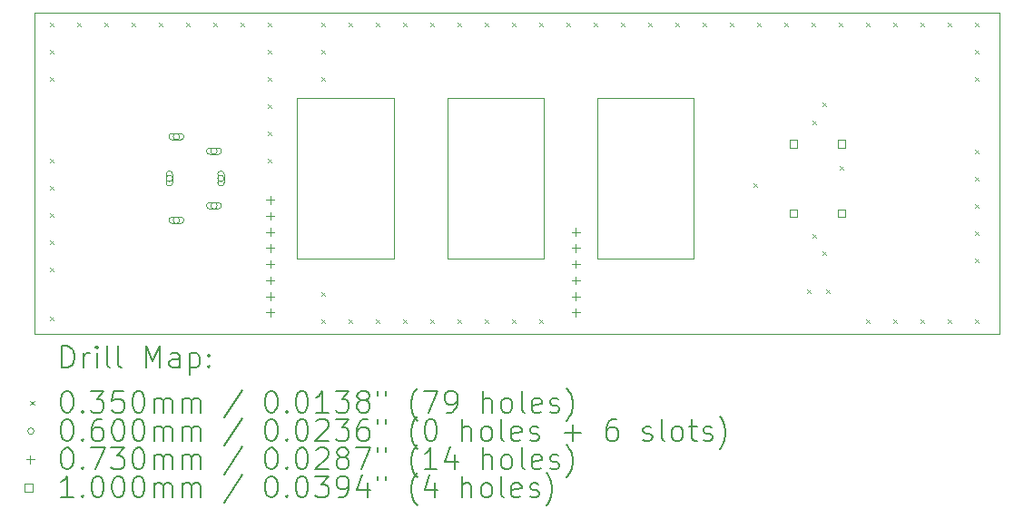
<source format=gbr>
%TF.GenerationSoftware,KiCad,Pcbnew,8.0.8*%
%TF.CreationDate,2025-01-30T12:00:56+07:00*%
%TF.ProjectId,CH170_FrontPanel,43483137-305f-4467-926f-6e7450616e65,rev?*%
%TF.SameCoordinates,Original*%
%TF.FileFunction,Drillmap*%
%TF.FilePolarity,Positive*%
%FSLAX45Y45*%
G04 Gerber Fmt 4.5, Leading zero omitted, Abs format (unit mm)*
G04 Created by KiCad (PCBNEW 8.0.8) date 2025-01-30 12:00:56*
%MOMM*%
%LPD*%
G01*
G04 APERTURE LIST*
%ADD10C,0.050000*%
%ADD11C,0.200000*%
%ADD12C,0.100000*%
G04 APERTURE END LIST*
D10*
X13084200Y-8823600D02*
X13984200Y-8823600D01*
X13984200Y-10323600D01*
X13084200Y-10323600D01*
X13084200Y-8823600D01*
X15885300Y-8823700D02*
X16785300Y-8823700D01*
X16785300Y-10323700D01*
X15885300Y-10323700D01*
X15885300Y-8823700D01*
X14485300Y-8823700D02*
X15385300Y-8823700D01*
X15385300Y-10323700D01*
X14485300Y-10323700D01*
X14485300Y-8823700D01*
X10634200Y-8023600D02*
X19634200Y-8023600D01*
X19634200Y-11023600D01*
X10634200Y-11023600D01*
X10634200Y-8023600D01*
D11*
D12*
X10781800Y-8120400D02*
X10816800Y-8155400D01*
X10816800Y-8120400D02*
X10781800Y-8155400D01*
X10781800Y-8374400D02*
X10816800Y-8409400D01*
X10816800Y-8374400D02*
X10781800Y-8409400D01*
X10781800Y-8628400D02*
X10816800Y-8663400D01*
X10816800Y-8628400D02*
X10781800Y-8663400D01*
X10781800Y-9390400D02*
X10816800Y-9425400D01*
X10816800Y-9390400D02*
X10781800Y-9425400D01*
X10781800Y-9644400D02*
X10816800Y-9679400D01*
X10816800Y-9644400D02*
X10781800Y-9679400D01*
X10781800Y-9898400D02*
X10816800Y-9933400D01*
X10816800Y-9898400D02*
X10781800Y-9933400D01*
X10781800Y-10152400D02*
X10816800Y-10187400D01*
X10816800Y-10152400D02*
X10781800Y-10187400D01*
X10781800Y-10406400D02*
X10816800Y-10441400D01*
X10816800Y-10406400D02*
X10781800Y-10441400D01*
X10781800Y-10863600D02*
X10816800Y-10898600D01*
X10816800Y-10863600D02*
X10781800Y-10898600D01*
X11035800Y-8120400D02*
X11070800Y-8155400D01*
X11070800Y-8120400D02*
X11035800Y-8155400D01*
X11289800Y-8120400D02*
X11324800Y-8155400D01*
X11324800Y-8120400D02*
X11289800Y-8155400D01*
X11543800Y-8120400D02*
X11578800Y-8155400D01*
X11578800Y-8120400D02*
X11543800Y-8155400D01*
X11797800Y-8120400D02*
X11832800Y-8155400D01*
X11832800Y-8120400D02*
X11797800Y-8155400D01*
X12051800Y-8120400D02*
X12086800Y-8155400D01*
X12086800Y-8120400D02*
X12051800Y-8155400D01*
X12305800Y-8120400D02*
X12340800Y-8155400D01*
X12340800Y-8120400D02*
X12305800Y-8155400D01*
X12559800Y-8120400D02*
X12594800Y-8155400D01*
X12594800Y-8120400D02*
X12559800Y-8155400D01*
X12813800Y-8120400D02*
X12848800Y-8155400D01*
X12848800Y-8120400D02*
X12813800Y-8155400D01*
X12813800Y-8374400D02*
X12848800Y-8409400D01*
X12848800Y-8374400D02*
X12813800Y-8409400D01*
X12813800Y-8628400D02*
X12848800Y-8663400D01*
X12848800Y-8628400D02*
X12813800Y-8663400D01*
X12813800Y-8882400D02*
X12848800Y-8917400D01*
X12848800Y-8882400D02*
X12813800Y-8917400D01*
X12813800Y-9136400D02*
X12848800Y-9171400D01*
X12848800Y-9136400D02*
X12813800Y-9171400D01*
X12813800Y-9390400D02*
X12848800Y-9425400D01*
X12848800Y-9390400D02*
X12813800Y-9425400D01*
X13309100Y-8120400D02*
X13344100Y-8155400D01*
X13344100Y-8120400D02*
X13309100Y-8155400D01*
X13309100Y-8374400D02*
X13344100Y-8409400D01*
X13344100Y-8374400D02*
X13309100Y-8409400D01*
X13309100Y-8628400D02*
X13344100Y-8663400D01*
X13344100Y-8628400D02*
X13309100Y-8663400D01*
X13309100Y-10635000D02*
X13344100Y-10670000D01*
X13344100Y-10635000D02*
X13309100Y-10670000D01*
X13309100Y-10889000D02*
X13344100Y-10924000D01*
X13344100Y-10889000D02*
X13309100Y-10924000D01*
X13563100Y-8120400D02*
X13598100Y-8155400D01*
X13598100Y-8120400D02*
X13563100Y-8155400D01*
X13563100Y-10889000D02*
X13598100Y-10924000D01*
X13598100Y-10889000D02*
X13563100Y-10924000D01*
X13817100Y-8120400D02*
X13852100Y-8155400D01*
X13852100Y-8120400D02*
X13817100Y-8155400D01*
X13817100Y-10889000D02*
X13852100Y-10924000D01*
X13852100Y-10889000D02*
X13817100Y-10924000D01*
X14071100Y-8120400D02*
X14106100Y-8155400D01*
X14106100Y-8120400D02*
X14071100Y-8155400D01*
X14071100Y-10889000D02*
X14106100Y-10924000D01*
X14106100Y-10889000D02*
X14071100Y-10924000D01*
X14325100Y-8120400D02*
X14360100Y-8155400D01*
X14360100Y-8120400D02*
X14325100Y-8155400D01*
X14325100Y-10889000D02*
X14360100Y-10924000D01*
X14360100Y-10889000D02*
X14325100Y-10924000D01*
X14579100Y-8120400D02*
X14614100Y-8155400D01*
X14614100Y-8120400D02*
X14579100Y-8155400D01*
X14579100Y-10889000D02*
X14614100Y-10924000D01*
X14614100Y-10889000D02*
X14579100Y-10924000D01*
X14833100Y-8120400D02*
X14868100Y-8155400D01*
X14868100Y-8120400D02*
X14833100Y-8155400D01*
X14833100Y-10889000D02*
X14868100Y-10924000D01*
X14868100Y-10889000D02*
X14833100Y-10924000D01*
X15087100Y-8120400D02*
X15122100Y-8155400D01*
X15122100Y-8120400D02*
X15087100Y-8155400D01*
X15087100Y-10889000D02*
X15122100Y-10924000D01*
X15122100Y-10889000D02*
X15087100Y-10924000D01*
X15341100Y-8120400D02*
X15376100Y-8155400D01*
X15376100Y-8120400D02*
X15341100Y-8155400D01*
X15341100Y-10889000D02*
X15376100Y-10924000D01*
X15376100Y-10889000D02*
X15341100Y-10924000D01*
X15595100Y-8120400D02*
X15630100Y-8155400D01*
X15630100Y-8120400D02*
X15595100Y-8155400D01*
X15849100Y-8120400D02*
X15884100Y-8155400D01*
X15884100Y-8120400D02*
X15849100Y-8155400D01*
X16103100Y-8120400D02*
X16138100Y-8155400D01*
X16138100Y-8120400D02*
X16103100Y-8155400D01*
X16357100Y-8120400D02*
X16392100Y-8155400D01*
X16392100Y-8120400D02*
X16357100Y-8155400D01*
X16611100Y-8120400D02*
X16646100Y-8155400D01*
X16646100Y-8120400D02*
X16611100Y-8155400D01*
X16865100Y-8120400D02*
X16900100Y-8155400D01*
X16900100Y-8120400D02*
X16865100Y-8155400D01*
X17119100Y-8120400D02*
X17154100Y-8155400D01*
X17154100Y-8120400D02*
X17119100Y-8155400D01*
X17340450Y-9619000D02*
X17375450Y-9654000D01*
X17375450Y-9619000D02*
X17340450Y-9654000D01*
X17373100Y-8120400D02*
X17408100Y-8155400D01*
X17408100Y-8120400D02*
X17373100Y-8155400D01*
X17627100Y-8120400D02*
X17662100Y-8155400D01*
X17662100Y-8120400D02*
X17627100Y-8155400D01*
X17842795Y-10609600D02*
X17877795Y-10644600D01*
X17877795Y-10609600D02*
X17842795Y-10644600D01*
X17881100Y-8120400D02*
X17916100Y-8155400D01*
X17916100Y-8120400D02*
X17881100Y-8155400D01*
X17893800Y-9033200D02*
X17928800Y-9068200D01*
X17928800Y-9033200D02*
X17893800Y-9068200D01*
X17893800Y-10088900D02*
X17928800Y-10123900D01*
X17928800Y-10088900D02*
X17893800Y-10123900D01*
X17982700Y-8867400D02*
X18017700Y-8902400D01*
X18017700Y-8867400D02*
X17982700Y-8902400D01*
X17982700Y-10254000D02*
X18017700Y-10289000D01*
X18017700Y-10254000D02*
X17982700Y-10289000D01*
X18020595Y-10609600D02*
X18055595Y-10644600D01*
X18055595Y-10609600D02*
X18020595Y-10644600D01*
X18135100Y-8120400D02*
X18170100Y-8155400D01*
X18170100Y-8120400D02*
X18135100Y-8155400D01*
X18147800Y-9453900D02*
X18182800Y-9488900D01*
X18182800Y-9453900D02*
X18147800Y-9488900D01*
X18389100Y-8120400D02*
X18424100Y-8155400D01*
X18424100Y-8120400D02*
X18389100Y-8155400D01*
X18389100Y-10889000D02*
X18424100Y-10924000D01*
X18424100Y-10889000D02*
X18389100Y-10924000D01*
X18643100Y-8120400D02*
X18678100Y-8155400D01*
X18678100Y-8120400D02*
X18643100Y-8155400D01*
X18643100Y-10889000D02*
X18678100Y-10924000D01*
X18678100Y-10889000D02*
X18643100Y-10924000D01*
X18897100Y-8120400D02*
X18932100Y-8155400D01*
X18932100Y-8120400D02*
X18897100Y-8155400D01*
X18897100Y-10889000D02*
X18932100Y-10924000D01*
X18932100Y-10889000D02*
X18897100Y-10924000D01*
X19151100Y-8120400D02*
X19186100Y-8155400D01*
X19186100Y-8120400D02*
X19151100Y-8155400D01*
X19151100Y-10889000D02*
X19186100Y-10924000D01*
X19186100Y-10889000D02*
X19151100Y-10924000D01*
X19405100Y-8120400D02*
X19440100Y-8155400D01*
X19440100Y-8120400D02*
X19405100Y-8155400D01*
X19405100Y-8374400D02*
X19440100Y-8409400D01*
X19440100Y-8374400D02*
X19405100Y-8409400D01*
X19405100Y-8628400D02*
X19440100Y-8663400D01*
X19440100Y-8628400D02*
X19405100Y-8663400D01*
X19405100Y-9301500D02*
X19440100Y-9336500D01*
X19440100Y-9301500D02*
X19405100Y-9336500D01*
X19405100Y-9555500D02*
X19440100Y-9590500D01*
X19440100Y-9555500D02*
X19405100Y-9590500D01*
X19405100Y-9809500D02*
X19440100Y-9844500D01*
X19440100Y-9809500D02*
X19405100Y-9844500D01*
X19405100Y-10063500D02*
X19440100Y-10098500D01*
X19440100Y-10063500D02*
X19405100Y-10098500D01*
X19405100Y-10317500D02*
X19440100Y-10352500D01*
X19440100Y-10317500D02*
X19405100Y-10352500D01*
X19405100Y-10889000D02*
X19440100Y-10924000D01*
X19440100Y-10889000D02*
X19405100Y-10924000D01*
X11924200Y-9573600D02*
G75*
G02*
X11864200Y-9573600I-30000J0D01*
G01*
X11864200Y-9573600D02*
G75*
G02*
X11924200Y-9573600I30000J0D01*
G01*
X11864200Y-9533600D02*
X11864200Y-9613600D01*
X11924200Y-9613600D02*
G75*
G02*
X11864200Y-9613600I-30000J0D01*
G01*
X11924200Y-9613600D02*
X11924200Y-9533600D01*
X11924200Y-9533600D02*
G75*
G03*
X11864200Y-9533600I-30000J0D01*
G01*
X11989200Y-9183600D02*
G75*
G02*
X11929200Y-9183600I-30000J0D01*
G01*
X11929200Y-9183600D02*
G75*
G02*
X11989200Y-9183600I30000J0D01*
G01*
X11999200Y-9153600D02*
X11919200Y-9153600D01*
X11919200Y-9213600D02*
G75*
G02*
X11919200Y-9153600I0J30000D01*
G01*
X11919200Y-9213600D02*
X11999200Y-9213600D01*
X11999200Y-9213600D02*
G75*
G03*
X11999200Y-9153600I0J30000D01*
G01*
X11989200Y-9963600D02*
G75*
G02*
X11929200Y-9963600I-30000J0D01*
G01*
X11929200Y-9963600D02*
G75*
G02*
X11989200Y-9963600I30000J0D01*
G01*
X11999200Y-9933600D02*
X11919200Y-9933600D01*
X11919200Y-9993600D02*
G75*
G02*
X11919200Y-9933600I0J30000D01*
G01*
X11919200Y-9993600D02*
X11999200Y-9993600D01*
X11999200Y-9993600D02*
G75*
G03*
X11999200Y-9933600I0J30000D01*
G01*
X12339200Y-9318600D02*
G75*
G02*
X12279200Y-9318600I-30000J0D01*
G01*
X12279200Y-9318600D02*
G75*
G02*
X12339200Y-9318600I30000J0D01*
G01*
X12349200Y-9288600D02*
X12269200Y-9288600D01*
X12269200Y-9348600D02*
G75*
G02*
X12269200Y-9288600I0J30000D01*
G01*
X12269200Y-9348600D02*
X12349200Y-9348600D01*
X12349200Y-9348600D02*
G75*
G03*
X12349200Y-9288600I0J30000D01*
G01*
X12339200Y-9828600D02*
G75*
G02*
X12279200Y-9828600I-30000J0D01*
G01*
X12279200Y-9828600D02*
G75*
G02*
X12339200Y-9828600I30000J0D01*
G01*
X12349200Y-9798600D02*
X12269200Y-9798600D01*
X12269200Y-9858600D02*
G75*
G02*
X12269200Y-9798600I0J30000D01*
G01*
X12269200Y-9858600D02*
X12349200Y-9858600D01*
X12349200Y-9858600D02*
G75*
G03*
X12349200Y-9798600I0J30000D01*
G01*
X12404200Y-9573600D02*
G75*
G02*
X12344200Y-9573600I-30000J0D01*
G01*
X12344200Y-9573600D02*
G75*
G02*
X12404200Y-9573600I30000J0D01*
G01*
X12344200Y-9533600D02*
X12344200Y-9613600D01*
X12404200Y-9613600D02*
G75*
G02*
X12344200Y-9613600I-30000J0D01*
G01*
X12404200Y-9613600D02*
X12404200Y-9533600D01*
X12404200Y-9533600D02*
G75*
G03*
X12344200Y-9533600I-30000J0D01*
G01*
X12834200Y-9737100D02*
X12834200Y-9810100D01*
X12797700Y-9773600D02*
X12870700Y-9773600D01*
X12834200Y-9887100D02*
X12834200Y-9960100D01*
X12797700Y-9923600D02*
X12870700Y-9923600D01*
X12834200Y-10037100D02*
X12834200Y-10110100D01*
X12797700Y-10073600D02*
X12870700Y-10073600D01*
X12834200Y-10187100D02*
X12834200Y-10260100D01*
X12797700Y-10223600D02*
X12870700Y-10223600D01*
X12834200Y-10337100D02*
X12834200Y-10410100D01*
X12797700Y-10373600D02*
X12870700Y-10373600D01*
X12834200Y-10487100D02*
X12834200Y-10560100D01*
X12797700Y-10523600D02*
X12870700Y-10523600D01*
X12834200Y-10637100D02*
X12834200Y-10710100D01*
X12797700Y-10673600D02*
X12870700Y-10673600D01*
X12834200Y-10787100D02*
X12834200Y-10860100D01*
X12797700Y-10823600D02*
X12870700Y-10823600D01*
X15684200Y-10037100D02*
X15684200Y-10110100D01*
X15647700Y-10073600D02*
X15720700Y-10073600D01*
X15684200Y-10187100D02*
X15684200Y-10260100D01*
X15647700Y-10223600D02*
X15720700Y-10223600D01*
X15684200Y-10337100D02*
X15684200Y-10410100D01*
X15647700Y-10373600D02*
X15720700Y-10373600D01*
X15684200Y-10487100D02*
X15684200Y-10560100D01*
X15647700Y-10523600D02*
X15720700Y-10523600D01*
X15684200Y-10637100D02*
X15684200Y-10710100D01*
X15647700Y-10673600D02*
X15720700Y-10673600D01*
X15684200Y-10787100D02*
X15684200Y-10860100D01*
X15647700Y-10823600D02*
X15720700Y-10823600D01*
X17750428Y-9284282D02*
X17750428Y-9213571D01*
X17679717Y-9213571D01*
X17679717Y-9284282D01*
X17750428Y-9284282D01*
X17750428Y-9934282D02*
X17750428Y-9863571D01*
X17679717Y-9863571D01*
X17679717Y-9934282D01*
X17750428Y-9934282D01*
X18200428Y-9284282D02*
X18200428Y-9213571D01*
X18129717Y-9213571D01*
X18129717Y-9284282D01*
X18200428Y-9284282D01*
X18200428Y-9934282D02*
X18200428Y-9863571D01*
X18129717Y-9863571D01*
X18129717Y-9934282D01*
X18200428Y-9934282D01*
D11*
X10892477Y-11337584D02*
X10892477Y-11137584D01*
X10892477Y-11137584D02*
X10940096Y-11137584D01*
X10940096Y-11137584D02*
X10968667Y-11147108D01*
X10968667Y-11147108D02*
X10987715Y-11166155D01*
X10987715Y-11166155D02*
X10997239Y-11185203D01*
X10997239Y-11185203D02*
X11006763Y-11223298D01*
X11006763Y-11223298D02*
X11006763Y-11251869D01*
X11006763Y-11251869D02*
X10997239Y-11289965D01*
X10997239Y-11289965D02*
X10987715Y-11309012D01*
X10987715Y-11309012D02*
X10968667Y-11328060D01*
X10968667Y-11328060D02*
X10940096Y-11337584D01*
X10940096Y-11337584D02*
X10892477Y-11337584D01*
X11092477Y-11337584D02*
X11092477Y-11204250D01*
X11092477Y-11242346D02*
X11102001Y-11223298D01*
X11102001Y-11223298D02*
X11111524Y-11213774D01*
X11111524Y-11213774D02*
X11130572Y-11204250D01*
X11130572Y-11204250D02*
X11149620Y-11204250D01*
X11216286Y-11337584D02*
X11216286Y-11204250D01*
X11216286Y-11137584D02*
X11206762Y-11147108D01*
X11206762Y-11147108D02*
X11216286Y-11156631D01*
X11216286Y-11156631D02*
X11225810Y-11147108D01*
X11225810Y-11147108D02*
X11216286Y-11137584D01*
X11216286Y-11137584D02*
X11216286Y-11156631D01*
X11340096Y-11337584D02*
X11321048Y-11328060D01*
X11321048Y-11328060D02*
X11311524Y-11309012D01*
X11311524Y-11309012D02*
X11311524Y-11137584D01*
X11444858Y-11337584D02*
X11425810Y-11328060D01*
X11425810Y-11328060D02*
X11416286Y-11309012D01*
X11416286Y-11309012D02*
X11416286Y-11137584D01*
X11673429Y-11337584D02*
X11673429Y-11137584D01*
X11673429Y-11137584D02*
X11740096Y-11280441D01*
X11740096Y-11280441D02*
X11806762Y-11137584D01*
X11806762Y-11137584D02*
X11806762Y-11337584D01*
X11987715Y-11337584D02*
X11987715Y-11232822D01*
X11987715Y-11232822D02*
X11978191Y-11213774D01*
X11978191Y-11213774D02*
X11959143Y-11204250D01*
X11959143Y-11204250D02*
X11921048Y-11204250D01*
X11921048Y-11204250D02*
X11902001Y-11213774D01*
X11987715Y-11328060D02*
X11968667Y-11337584D01*
X11968667Y-11337584D02*
X11921048Y-11337584D01*
X11921048Y-11337584D02*
X11902001Y-11328060D01*
X11902001Y-11328060D02*
X11892477Y-11309012D01*
X11892477Y-11309012D02*
X11892477Y-11289965D01*
X11892477Y-11289965D02*
X11902001Y-11270917D01*
X11902001Y-11270917D02*
X11921048Y-11261393D01*
X11921048Y-11261393D02*
X11968667Y-11261393D01*
X11968667Y-11261393D02*
X11987715Y-11251869D01*
X12082953Y-11204250D02*
X12082953Y-11404250D01*
X12082953Y-11213774D02*
X12102001Y-11204250D01*
X12102001Y-11204250D02*
X12140096Y-11204250D01*
X12140096Y-11204250D02*
X12159143Y-11213774D01*
X12159143Y-11213774D02*
X12168667Y-11223298D01*
X12168667Y-11223298D02*
X12178191Y-11242346D01*
X12178191Y-11242346D02*
X12178191Y-11299488D01*
X12178191Y-11299488D02*
X12168667Y-11318536D01*
X12168667Y-11318536D02*
X12159143Y-11328060D01*
X12159143Y-11328060D02*
X12140096Y-11337584D01*
X12140096Y-11337584D02*
X12102001Y-11337584D01*
X12102001Y-11337584D02*
X12082953Y-11328060D01*
X12263905Y-11318536D02*
X12273429Y-11328060D01*
X12273429Y-11328060D02*
X12263905Y-11337584D01*
X12263905Y-11337584D02*
X12254382Y-11328060D01*
X12254382Y-11328060D02*
X12263905Y-11318536D01*
X12263905Y-11318536D02*
X12263905Y-11337584D01*
X12263905Y-11213774D02*
X12273429Y-11223298D01*
X12273429Y-11223298D02*
X12263905Y-11232822D01*
X12263905Y-11232822D02*
X12254382Y-11223298D01*
X12254382Y-11223298D02*
X12263905Y-11213774D01*
X12263905Y-11213774D02*
X12263905Y-11232822D01*
D12*
X10596700Y-11648600D02*
X10631700Y-11683600D01*
X10631700Y-11648600D02*
X10596700Y-11683600D01*
D11*
X10930572Y-11557584D02*
X10949620Y-11557584D01*
X10949620Y-11557584D02*
X10968667Y-11567108D01*
X10968667Y-11567108D02*
X10978191Y-11576631D01*
X10978191Y-11576631D02*
X10987715Y-11595679D01*
X10987715Y-11595679D02*
X10997239Y-11633774D01*
X10997239Y-11633774D02*
X10997239Y-11681393D01*
X10997239Y-11681393D02*
X10987715Y-11719488D01*
X10987715Y-11719488D02*
X10978191Y-11738536D01*
X10978191Y-11738536D02*
X10968667Y-11748060D01*
X10968667Y-11748060D02*
X10949620Y-11757584D01*
X10949620Y-11757584D02*
X10930572Y-11757584D01*
X10930572Y-11757584D02*
X10911524Y-11748060D01*
X10911524Y-11748060D02*
X10902001Y-11738536D01*
X10902001Y-11738536D02*
X10892477Y-11719488D01*
X10892477Y-11719488D02*
X10882953Y-11681393D01*
X10882953Y-11681393D02*
X10882953Y-11633774D01*
X10882953Y-11633774D02*
X10892477Y-11595679D01*
X10892477Y-11595679D02*
X10902001Y-11576631D01*
X10902001Y-11576631D02*
X10911524Y-11567108D01*
X10911524Y-11567108D02*
X10930572Y-11557584D01*
X11082953Y-11738536D02*
X11092477Y-11748060D01*
X11092477Y-11748060D02*
X11082953Y-11757584D01*
X11082953Y-11757584D02*
X11073429Y-11748060D01*
X11073429Y-11748060D02*
X11082953Y-11738536D01*
X11082953Y-11738536D02*
X11082953Y-11757584D01*
X11159144Y-11557584D02*
X11282953Y-11557584D01*
X11282953Y-11557584D02*
X11216286Y-11633774D01*
X11216286Y-11633774D02*
X11244858Y-11633774D01*
X11244858Y-11633774D02*
X11263905Y-11643298D01*
X11263905Y-11643298D02*
X11273429Y-11652822D01*
X11273429Y-11652822D02*
X11282953Y-11671869D01*
X11282953Y-11671869D02*
X11282953Y-11719488D01*
X11282953Y-11719488D02*
X11273429Y-11738536D01*
X11273429Y-11738536D02*
X11263905Y-11748060D01*
X11263905Y-11748060D02*
X11244858Y-11757584D01*
X11244858Y-11757584D02*
X11187715Y-11757584D01*
X11187715Y-11757584D02*
X11168667Y-11748060D01*
X11168667Y-11748060D02*
X11159144Y-11738536D01*
X11463905Y-11557584D02*
X11368667Y-11557584D01*
X11368667Y-11557584D02*
X11359143Y-11652822D01*
X11359143Y-11652822D02*
X11368667Y-11643298D01*
X11368667Y-11643298D02*
X11387715Y-11633774D01*
X11387715Y-11633774D02*
X11435334Y-11633774D01*
X11435334Y-11633774D02*
X11454382Y-11643298D01*
X11454382Y-11643298D02*
X11463905Y-11652822D01*
X11463905Y-11652822D02*
X11473429Y-11671869D01*
X11473429Y-11671869D02*
X11473429Y-11719488D01*
X11473429Y-11719488D02*
X11463905Y-11738536D01*
X11463905Y-11738536D02*
X11454382Y-11748060D01*
X11454382Y-11748060D02*
X11435334Y-11757584D01*
X11435334Y-11757584D02*
X11387715Y-11757584D01*
X11387715Y-11757584D02*
X11368667Y-11748060D01*
X11368667Y-11748060D02*
X11359143Y-11738536D01*
X11597239Y-11557584D02*
X11616286Y-11557584D01*
X11616286Y-11557584D02*
X11635334Y-11567108D01*
X11635334Y-11567108D02*
X11644858Y-11576631D01*
X11644858Y-11576631D02*
X11654382Y-11595679D01*
X11654382Y-11595679D02*
X11663905Y-11633774D01*
X11663905Y-11633774D02*
X11663905Y-11681393D01*
X11663905Y-11681393D02*
X11654382Y-11719488D01*
X11654382Y-11719488D02*
X11644858Y-11738536D01*
X11644858Y-11738536D02*
X11635334Y-11748060D01*
X11635334Y-11748060D02*
X11616286Y-11757584D01*
X11616286Y-11757584D02*
X11597239Y-11757584D01*
X11597239Y-11757584D02*
X11578191Y-11748060D01*
X11578191Y-11748060D02*
X11568667Y-11738536D01*
X11568667Y-11738536D02*
X11559143Y-11719488D01*
X11559143Y-11719488D02*
X11549620Y-11681393D01*
X11549620Y-11681393D02*
X11549620Y-11633774D01*
X11549620Y-11633774D02*
X11559143Y-11595679D01*
X11559143Y-11595679D02*
X11568667Y-11576631D01*
X11568667Y-11576631D02*
X11578191Y-11567108D01*
X11578191Y-11567108D02*
X11597239Y-11557584D01*
X11749620Y-11757584D02*
X11749620Y-11624250D01*
X11749620Y-11643298D02*
X11759143Y-11633774D01*
X11759143Y-11633774D02*
X11778191Y-11624250D01*
X11778191Y-11624250D02*
X11806763Y-11624250D01*
X11806763Y-11624250D02*
X11825810Y-11633774D01*
X11825810Y-11633774D02*
X11835334Y-11652822D01*
X11835334Y-11652822D02*
X11835334Y-11757584D01*
X11835334Y-11652822D02*
X11844858Y-11633774D01*
X11844858Y-11633774D02*
X11863905Y-11624250D01*
X11863905Y-11624250D02*
X11892477Y-11624250D01*
X11892477Y-11624250D02*
X11911524Y-11633774D01*
X11911524Y-11633774D02*
X11921048Y-11652822D01*
X11921048Y-11652822D02*
X11921048Y-11757584D01*
X12016286Y-11757584D02*
X12016286Y-11624250D01*
X12016286Y-11643298D02*
X12025810Y-11633774D01*
X12025810Y-11633774D02*
X12044858Y-11624250D01*
X12044858Y-11624250D02*
X12073429Y-11624250D01*
X12073429Y-11624250D02*
X12092477Y-11633774D01*
X12092477Y-11633774D02*
X12102001Y-11652822D01*
X12102001Y-11652822D02*
X12102001Y-11757584D01*
X12102001Y-11652822D02*
X12111524Y-11633774D01*
X12111524Y-11633774D02*
X12130572Y-11624250D01*
X12130572Y-11624250D02*
X12159143Y-11624250D01*
X12159143Y-11624250D02*
X12178191Y-11633774D01*
X12178191Y-11633774D02*
X12187715Y-11652822D01*
X12187715Y-11652822D02*
X12187715Y-11757584D01*
X12578191Y-11548060D02*
X12406763Y-11805203D01*
X12835334Y-11557584D02*
X12854382Y-11557584D01*
X12854382Y-11557584D02*
X12873429Y-11567108D01*
X12873429Y-11567108D02*
X12882953Y-11576631D01*
X12882953Y-11576631D02*
X12892477Y-11595679D01*
X12892477Y-11595679D02*
X12902001Y-11633774D01*
X12902001Y-11633774D02*
X12902001Y-11681393D01*
X12902001Y-11681393D02*
X12892477Y-11719488D01*
X12892477Y-11719488D02*
X12882953Y-11738536D01*
X12882953Y-11738536D02*
X12873429Y-11748060D01*
X12873429Y-11748060D02*
X12854382Y-11757584D01*
X12854382Y-11757584D02*
X12835334Y-11757584D01*
X12835334Y-11757584D02*
X12816286Y-11748060D01*
X12816286Y-11748060D02*
X12806763Y-11738536D01*
X12806763Y-11738536D02*
X12797239Y-11719488D01*
X12797239Y-11719488D02*
X12787715Y-11681393D01*
X12787715Y-11681393D02*
X12787715Y-11633774D01*
X12787715Y-11633774D02*
X12797239Y-11595679D01*
X12797239Y-11595679D02*
X12806763Y-11576631D01*
X12806763Y-11576631D02*
X12816286Y-11567108D01*
X12816286Y-11567108D02*
X12835334Y-11557584D01*
X12987715Y-11738536D02*
X12997239Y-11748060D01*
X12997239Y-11748060D02*
X12987715Y-11757584D01*
X12987715Y-11757584D02*
X12978191Y-11748060D01*
X12978191Y-11748060D02*
X12987715Y-11738536D01*
X12987715Y-11738536D02*
X12987715Y-11757584D01*
X13121048Y-11557584D02*
X13140096Y-11557584D01*
X13140096Y-11557584D02*
X13159144Y-11567108D01*
X13159144Y-11567108D02*
X13168667Y-11576631D01*
X13168667Y-11576631D02*
X13178191Y-11595679D01*
X13178191Y-11595679D02*
X13187715Y-11633774D01*
X13187715Y-11633774D02*
X13187715Y-11681393D01*
X13187715Y-11681393D02*
X13178191Y-11719488D01*
X13178191Y-11719488D02*
X13168667Y-11738536D01*
X13168667Y-11738536D02*
X13159144Y-11748060D01*
X13159144Y-11748060D02*
X13140096Y-11757584D01*
X13140096Y-11757584D02*
X13121048Y-11757584D01*
X13121048Y-11757584D02*
X13102001Y-11748060D01*
X13102001Y-11748060D02*
X13092477Y-11738536D01*
X13092477Y-11738536D02*
X13082953Y-11719488D01*
X13082953Y-11719488D02*
X13073429Y-11681393D01*
X13073429Y-11681393D02*
X13073429Y-11633774D01*
X13073429Y-11633774D02*
X13082953Y-11595679D01*
X13082953Y-11595679D02*
X13092477Y-11576631D01*
X13092477Y-11576631D02*
X13102001Y-11567108D01*
X13102001Y-11567108D02*
X13121048Y-11557584D01*
X13378191Y-11757584D02*
X13263906Y-11757584D01*
X13321048Y-11757584D02*
X13321048Y-11557584D01*
X13321048Y-11557584D02*
X13302001Y-11586155D01*
X13302001Y-11586155D02*
X13282953Y-11605203D01*
X13282953Y-11605203D02*
X13263906Y-11614727D01*
X13444858Y-11557584D02*
X13568667Y-11557584D01*
X13568667Y-11557584D02*
X13502001Y-11633774D01*
X13502001Y-11633774D02*
X13530572Y-11633774D01*
X13530572Y-11633774D02*
X13549620Y-11643298D01*
X13549620Y-11643298D02*
X13559144Y-11652822D01*
X13559144Y-11652822D02*
X13568667Y-11671869D01*
X13568667Y-11671869D02*
X13568667Y-11719488D01*
X13568667Y-11719488D02*
X13559144Y-11738536D01*
X13559144Y-11738536D02*
X13549620Y-11748060D01*
X13549620Y-11748060D02*
X13530572Y-11757584D01*
X13530572Y-11757584D02*
X13473429Y-11757584D01*
X13473429Y-11757584D02*
X13454382Y-11748060D01*
X13454382Y-11748060D02*
X13444858Y-11738536D01*
X13682953Y-11643298D02*
X13663906Y-11633774D01*
X13663906Y-11633774D02*
X13654382Y-11624250D01*
X13654382Y-11624250D02*
X13644858Y-11605203D01*
X13644858Y-11605203D02*
X13644858Y-11595679D01*
X13644858Y-11595679D02*
X13654382Y-11576631D01*
X13654382Y-11576631D02*
X13663906Y-11567108D01*
X13663906Y-11567108D02*
X13682953Y-11557584D01*
X13682953Y-11557584D02*
X13721048Y-11557584D01*
X13721048Y-11557584D02*
X13740096Y-11567108D01*
X13740096Y-11567108D02*
X13749620Y-11576631D01*
X13749620Y-11576631D02*
X13759144Y-11595679D01*
X13759144Y-11595679D02*
X13759144Y-11605203D01*
X13759144Y-11605203D02*
X13749620Y-11624250D01*
X13749620Y-11624250D02*
X13740096Y-11633774D01*
X13740096Y-11633774D02*
X13721048Y-11643298D01*
X13721048Y-11643298D02*
X13682953Y-11643298D01*
X13682953Y-11643298D02*
X13663906Y-11652822D01*
X13663906Y-11652822D02*
X13654382Y-11662346D01*
X13654382Y-11662346D02*
X13644858Y-11681393D01*
X13644858Y-11681393D02*
X13644858Y-11719488D01*
X13644858Y-11719488D02*
X13654382Y-11738536D01*
X13654382Y-11738536D02*
X13663906Y-11748060D01*
X13663906Y-11748060D02*
X13682953Y-11757584D01*
X13682953Y-11757584D02*
X13721048Y-11757584D01*
X13721048Y-11757584D02*
X13740096Y-11748060D01*
X13740096Y-11748060D02*
X13749620Y-11738536D01*
X13749620Y-11738536D02*
X13759144Y-11719488D01*
X13759144Y-11719488D02*
X13759144Y-11681393D01*
X13759144Y-11681393D02*
X13749620Y-11662346D01*
X13749620Y-11662346D02*
X13740096Y-11652822D01*
X13740096Y-11652822D02*
X13721048Y-11643298D01*
X13835334Y-11557584D02*
X13835334Y-11595679D01*
X13911525Y-11557584D02*
X13911525Y-11595679D01*
X14206763Y-11833774D02*
X14197239Y-11824250D01*
X14197239Y-11824250D02*
X14178191Y-11795679D01*
X14178191Y-11795679D02*
X14168668Y-11776631D01*
X14168668Y-11776631D02*
X14159144Y-11748060D01*
X14159144Y-11748060D02*
X14149620Y-11700441D01*
X14149620Y-11700441D02*
X14149620Y-11662346D01*
X14149620Y-11662346D02*
X14159144Y-11614727D01*
X14159144Y-11614727D02*
X14168668Y-11586155D01*
X14168668Y-11586155D02*
X14178191Y-11567108D01*
X14178191Y-11567108D02*
X14197239Y-11538536D01*
X14197239Y-11538536D02*
X14206763Y-11529012D01*
X14263906Y-11557584D02*
X14397239Y-11557584D01*
X14397239Y-11557584D02*
X14311525Y-11757584D01*
X14482953Y-11757584D02*
X14521048Y-11757584D01*
X14521048Y-11757584D02*
X14540096Y-11748060D01*
X14540096Y-11748060D02*
X14549620Y-11738536D01*
X14549620Y-11738536D02*
X14568668Y-11709965D01*
X14568668Y-11709965D02*
X14578191Y-11671869D01*
X14578191Y-11671869D02*
X14578191Y-11595679D01*
X14578191Y-11595679D02*
X14568668Y-11576631D01*
X14568668Y-11576631D02*
X14559144Y-11567108D01*
X14559144Y-11567108D02*
X14540096Y-11557584D01*
X14540096Y-11557584D02*
X14502001Y-11557584D01*
X14502001Y-11557584D02*
X14482953Y-11567108D01*
X14482953Y-11567108D02*
X14473429Y-11576631D01*
X14473429Y-11576631D02*
X14463906Y-11595679D01*
X14463906Y-11595679D02*
X14463906Y-11643298D01*
X14463906Y-11643298D02*
X14473429Y-11662346D01*
X14473429Y-11662346D02*
X14482953Y-11671869D01*
X14482953Y-11671869D02*
X14502001Y-11681393D01*
X14502001Y-11681393D02*
X14540096Y-11681393D01*
X14540096Y-11681393D02*
X14559144Y-11671869D01*
X14559144Y-11671869D02*
X14568668Y-11662346D01*
X14568668Y-11662346D02*
X14578191Y-11643298D01*
X14816287Y-11757584D02*
X14816287Y-11557584D01*
X14902001Y-11757584D02*
X14902001Y-11652822D01*
X14902001Y-11652822D02*
X14892477Y-11633774D01*
X14892477Y-11633774D02*
X14873430Y-11624250D01*
X14873430Y-11624250D02*
X14844858Y-11624250D01*
X14844858Y-11624250D02*
X14825810Y-11633774D01*
X14825810Y-11633774D02*
X14816287Y-11643298D01*
X15025810Y-11757584D02*
X15006763Y-11748060D01*
X15006763Y-11748060D02*
X14997239Y-11738536D01*
X14997239Y-11738536D02*
X14987715Y-11719488D01*
X14987715Y-11719488D02*
X14987715Y-11662346D01*
X14987715Y-11662346D02*
X14997239Y-11643298D01*
X14997239Y-11643298D02*
X15006763Y-11633774D01*
X15006763Y-11633774D02*
X15025810Y-11624250D01*
X15025810Y-11624250D02*
X15054382Y-11624250D01*
X15054382Y-11624250D02*
X15073430Y-11633774D01*
X15073430Y-11633774D02*
X15082953Y-11643298D01*
X15082953Y-11643298D02*
X15092477Y-11662346D01*
X15092477Y-11662346D02*
X15092477Y-11719488D01*
X15092477Y-11719488D02*
X15082953Y-11738536D01*
X15082953Y-11738536D02*
X15073430Y-11748060D01*
X15073430Y-11748060D02*
X15054382Y-11757584D01*
X15054382Y-11757584D02*
X15025810Y-11757584D01*
X15206763Y-11757584D02*
X15187715Y-11748060D01*
X15187715Y-11748060D02*
X15178191Y-11729012D01*
X15178191Y-11729012D02*
X15178191Y-11557584D01*
X15359144Y-11748060D02*
X15340096Y-11757584D01*
X15340096Y-11757584D02*
X15302001Y-11757584D01*
X15302001Y-11757584D02*
X15282953Y-11748060D01*
X15282953Y-11748060D02*
X15273430Y-11729012D01*
X15273430Y-11729012D02*
X15273430Y-11652822D01*
X15273430Y-11652822D02*
X15282953Y-11633774D01*
X15282953Y-11633774D02*
X15302001Y-11624250D01*
X15302001Y-11624250D02*
X15340096Y-11624250D01*
X15340096Y-11624250D02*
X15359144Y-11633774D01*
X15359144Y-11633774D02*
X15368668Y-11652822D01*
X15368668Y-11652822D02*
X15368668Y-11671869D01*
X15368668Y-11671869D02*
X15273430Y-11690917D01*
X15444858Y-11748060D02*
X15463906Y-11757584D01*
X15463906Y-11757584D02*
X15502001Y-11757584D01*
X15502001Y-11757584D02*
X15521049Y-11748060D01*
X15521049Y-11748060D02*
X15530572Y-11729012D01*
X15530572Y-11729012D02*
X15530572Y-11719488D01*
X15530572Y-11719488D02*
X15521049Y-11700441D01*
X15521049Y-11700441D02*
X15502001Y-11690917D01*
X15502001Y-11690917D02*
X15473430Y-11690917D01*
X15473430Y-11690917D02*
X15454382Y-11681393D01*
X15454382Y-11681393D02*
X15444858Y-11662346D01*
X15444858Y-11662346D02*
X15444858Y-11652822D01*
X15444858Y-11652822D02*
X15454382Y-11633774D01*
X15454382Y-11633774D02*
X15473430Y-11624250D01*
X15473430Y-11624250D02*
X15502001Y-11624250D01*
X15502001Y-11624250D02*
X15521049Y-11633774D01*
X15597239Y-11833774D02*
X15606763Y-11824250D01*
X15606763Y-11824250D02*
X15625811Y-11795679D01*
X15625811Y-11795679D02*
X15635334Y-11776631D01*
X15635334Y-11776631D02*
X15644858Y-11748060D01*
X15644858Y-11748060D02*
X15654382Y-11700441D01*
X15654382Y-11700441D02*
X15654382Y-11662346D01*
X15654382Y-11662346D02*
X15644858Y-11614727D01*
X15644858Y-11614727D02*
X15635334Y-11586155D01*
X15635334Y-11586155D02*
X15625811Y-11567108D01*
X15625811Y-11567108D02*
X15606763Y-11538536D01*
X15606763Y-11538536D02*
X15597239Y-11529012D01*
D12*
X10631700Y-11930100D02*
G75*
G02*
X10571700Y-11930100I-30000J0D01*
G01*
X10571700Y-11930100D02*
G75*
G02*
X10631700Y-11930100I30000J0D01*
G01*
D11*
X10930572Y-11821584D02*
X10949620Y-11821584D01*
X10949620Y-11821584D02*
X10968667Y-11831108D01*
X10968667Y-11831108D02*
X10978191Y-11840631D01*
X10978191Y-11840631D02*
X10987715Y-11859679D01*
X10987715Y-11859679D02*
X10997239Y-11897774D01*
X10997239Y-11897774D02*
X10997239Y-11945393D01*
X10997239Y-11945393D02*
X10987715Y-11983488D01*
X10987715Y-11983488D02*
X10978191Y-12002536D01*
X10978191Y-12002536D02*
X10968667Y-12012060D01*
X10968667Y-12012060D02*
X10949620Y-12021584D01*
X10949620Y-12021584D02*
X10930572Y-12021584D01*
X10930572Y-12021584D02*
X10911524Y-12012060D01*
X10911524Y-12012060D02*
X10902001Y-12002536D01*
X10902001Y-12002536D02*
X10892477Y-11983488D01*
X10892477Y-11983488D02*
X10882953Y-11945393D01*
X10882953Y-11945393D02*
X10882953Y-11897774D01*
X10882953Y-11897774D02*
X10892477Y-11859679D01*
X10892477Y-11859679D02*
X10902001Y-11840631D01*
X10902001Y-11840631D02*
X10911524Y-11831108D01*
X10911524Y-11831108D02*
X10930572Y-11821584D01*
X11082953Y-12002536D02*
X11092477Y-12012060D01*
X11092477Y-12012060D02*
X11082953Y-12021584D01*
X11082953Y-12021584D02*
X11073429Y-12012060D01*
X11073429Y-12012060D02*
X11082953Y-12002536D01*
X11082953Y-12002536D02*
X11082953Y-12021584D01*
X11263905Y-11821584D02*
X11225810Y-11821584D01*
X11225810Y-11821584D02*
X11206762Y-11831108D01*
X11206762Y-11831108D02*
X11197239Y-11840631D01*
X11197239Y-11840631D02*
X11178191Y-11869203D01*
X11178191Y-11869203D02*
X11168667Y-11907298D01*
X11168667Y-11907298D02*
X11168667Y-11983488D01*
X11168667Y-11983488D02*
X11178191Y-12002536D01*
X11178191Y-12002536D02*
X11187715Y-12012060D01*
X11187715Y-12012060D02*
X11206762Y-12021584D01*
X11206762Y-12021584D02*
X11244858Y-12021584D01*
X11244858Y-12021584D02*
X11263905Y-12012060D01*
X11263905Y-12012060D02*
X11273429Y-12002536D01*
X11273429Y-12002536D02*
X11282953Y-11983488D01*
X11282953Y-11983488D02*
X11282953Y-11935869D01*
X11282953Y-11935869D02*
X11273429Y-11916822D01*
X11273429Y-11916822D02*
X11263905Y-11907298D01*
X11263905Y-11907298D02*
X11244858Y-11897774D01*
X11244858Y-11897774D02*
X11206762Y-11897774D01*
X11206762Y-11897774D02*
X11187715Y-11907298D01*
X11187715Y-11907298D02*
X11178191Y-11916822D01*
X11178191Y-11916822D02*
X11168667Y-11935869D01*
X11406762Y-11821584D02*
X11425810Y-11821584D01*
X11425810Y-11821584D02*
X11444858Y-11831108D01*
X11444858Y-11831108D02*
X11454382Y-11840631D01*
X11454382Y-11840631D02*
X11463905Y-11859679D01*
X11463905Y-11859679D02*
X11473429Y-11897774D01*
X11473429Y-11897774D02*
X11473429Y-11945393D01*
X11473429Y-11945393D02*
X11463905Y-11983488D01*
X11463905Y-11983488D02*
X11454382Y-12002536D01*
X11454382Y-12002536D02*
X11444858Y-12012060D01*
X11444858Y-12012060D02*
X11425810Y-12021584D01*
X11425810Y-12021584D02*
X11406762Y-12021584D01*
X11406762Y-12021584D02*
X11387715Y-12012060D01*
X11387715Y-12012060D02*
X11378191Y-12002536D01*
X11378191Y-12002536D02*
X11368667Y-11983488D01*
X11368667Y-11983488D02*
X11359143Y-11945393D01*
X11359143Y-11945393D02*
X11359143Y-11897774D01*
X11359143Y-11897774D02*
X11368667Y-11859679D01*
X11368667Y-11859679D02*
X11378191Y-11840631D01*
X11378191Y-11840631D02*
X11387715Y-11831108D01*
X11387715Y-11831108D02*
X11406762Y-11821584D01*
X11597239Y-11821584D02*
X11616286Y-11821584D01*
X11616286Y-11821584D02*
X11635334Y-11831108D01*
X11635334Y-11831108D02*
X11644858Y-11840631D01*
X11644858Y-11840631D02*
X11654382Y-11859679D01*
X11654382Y-11859679D02*
X11663905Y-11897774D01*
X11663905Y-11897774D02*
X11663905Y-11945393D01*
X11663905Y-11945393D02*
X11654382Y-11983488D01*
X11654382Y-11983488D02*
X11644858Y-12002536D01*
X11644858Y-12002536D02*
X11635334Y-12012060D01*
X11635334Y-12012060D02*
X11616286Y-12021584D01*
X11616286Y-12021584D02*
X11597239Y-12021584D01*
X11597239Y-12021584D02*
X11578191Y-12012060D01*
X11578191Y-12012060D02*
X11568667Y-12002536D01*
X11568667Y-12002536D02*
X11559143Y-11983488D01*
X11559143Y-11983488D02*
X11549620Y-11945393D01*
X11549620Y-11945393D02*
X11549620Y-11897774D01*
X11549620Y-11897774D02*
X11559143Y-11859679D01*
X11559143Y-11859679D02*
X11568667Y-11840631D01*
X11568667Y-11840631D02*
X11578191Y-11831108D01*
X11578191Y-11831108D02*
X11597239Y-11821584D01*
X11749620Y-12021584D02*
X11749620Y-11888250D01*
X11749620Y-11907298D02*
X11759143Y-11897774D01*
X11759143Y-11897774D02*
X11778191Y-11888250D01*
X11778191Y-11888250D02*
X11806763Y-11888250D01*
X11806763Y-11888250D02*
X11825810Y-11897774D01*
X11825810Y-11897774D02*
X11835334Y-11916822D01*
X11835334Y-11916822D02*
X11835334Y-12021584D01*
X11835334Y-11916822D02*
X11844858Y-11897774D01*
X11844858Y-11897774D02*
X11863905Y-11888250D01*
X11863905Y-11888250D02*
X11892477Y-11888250D01*
X11892477Y-11888250D02*
X11911524Y-11897774D01*
X11911524Y-11897774D02*
X11921048Y-11916822D01*
X11921048Y-11916822D02*
X11921048Y-12021584D01*
X12016286Y-12021584D02*
X12016286Y-11888250D01*
X12016286Y-11907298D02*
X12025810Y-11897774D01*
X12025810Y-11897774D02*
X12044858Y-11888250D01*
X12044858Y-11888250D02*
X12073429Y-11888250D01*
X12073429Y-11888250D02*
X12092477Y-11897774D01*
X12092477Y-11897774D02*
X12102001Y-11916822D01*
X12102001Y-11916822D02*
X12102001Y-12021584D01*
X12102001Y-11916822D02*
X12111524Y-11897774D01*
X12111524Y-11897774D02*
X12130572Y-11888250D01*
X12130572Y-11888250D02*
X12159143Y-11888250D01*
X12159143Y-11888250D02*
X12178191Y-11897774D01*
X12178191Y-11897774D02*
X12187715Y-11916822D01*
X12187715Y-11916822D02*
X12187715Y-12021584D01*
X12578191Y-11812060D02*
X12406763Y-12069203D01*
X12835334Y-11821584D02*
X12854382Y-11821584D01*
X12854382Y-11821584D02*
X12873429Y-11831108D01*
X12873429Y-11831108D02*
X12882953Y-11840631D01*
X12882953Y-11840631D02*
X12892477Y-11859679D01*
X12892477Y-11859679D02*
X12902001Y-11897774D01*
X12902001Y-11897774D02*
X12902001Y-11945393D01*
X12902001Y-11945393D02*
X12892477Y-11983488D01*
X12892477Y-11983488D02*
X12882953Y-12002536D01*
X12882953Y-12002536D02*
X12873429Y-12012060D01*
X12873429Y-12012060D02*
X12854382Y-12021584D01*
X12854382Y-12021584D02*
X12835334Y-12021584D01*
X12835334Y-12021584D02*
X12816286Y-12012060D01*
X12816286Y-12012060D02*
X12806763Y-12002536D01*
X12806763Y-12002536D02*
X12797239Y-11983488D01*
X12797239Y-11983488D02*
X12787715Y-11945393D01*
X12787715Y-11945393D02*
X12787715Y-11897774D01*
X12787715Y-11897774D02*
X12797239Y-11859679D01*
X12797239Y-11859679D02*
X12806763Y-11840631D01*
X12806763Y-11840631D02*
X12816286Y-11831108D01*
X12816286Y-11831108D02*
X12835334Y-11821584D01*
X12987715Y-12002536D02*
X12997239Y-12012060D01*
X12997239Y-12012060D02*
X12987715Y-12021584D01*
X12987715Y-12021584D02*
X12978191Y-12012060D01*
X12978191Y-12012060D02*
X12987715Y-12002536D01*
X12987715Y-12002536D02*
X12987715Y-12021584D01*
X13121048Y-11821584D02*
X13140096Y-11821584D01*
X13140096Y-11821584D02*
X13159144Y-11831108D01*
X13159144Y-11831108D02*
X13168667Y-11840631D01*
X13168667Y-11840631D02*
X13178191Y-11859679D01*
X13178191Y-11859679D02*
X13187715Y-11897774D01*
X13187715Y-11897774D02*
X13187715Y-11945393D01*
X13187715Y-11945393D02*
X13178191Y-11983488D01*
X13178191Y-11983488D02*
X13168667Y-12002536D01*
X13168667Y-12002536D02*
X13159144Y-12012060D01*
X13159144Y-12012060D02*
X13140096Y-12021584D01*
X13140096Y-12021584D02*
X13121048Y-12021584D01*
X13121048Y-12021584D02*
X13102001Y-12012060D01*
X13102001Y-12012060D02*
X13092477Y-12002536D01*
X13092477Y-12002536D02*
X13082953Y-11983488D01*
X13082953Y-11983488D02*
X13073429Y-11945393D01*
X13073429Y-11945393D02*
X13073429Y-11897774D01*
X13073429Y-11897774D02*
X13082953Y-11859679D01*
X13082953Y-11859679D02*
X13092477Y-11840631D01*
X13092477Y-11840631D02*
X13102001Y-11831108D01*
X13102001Y-11831108D02*
X13121048Y-11821584D01*
X13263906Y-11840631D02*
X13273429Y-11831108D01*
X13273429Y-11831108D02*
X13292477Y-11821584D01*
X13292477Y-11821584D02*
X13340096Y-11821584D01*
X13340096Y-11821584D02*
X13359144Y-11831108D01*
X13359144Y-11831108D02*
X13368667Y-11840631D01*
X13368667Y-11840631D02*
X13378191Y-11859679D01*
X13378191Y-11859679D02*
X13378191Y-11878727D01*
X13378191Y-11878727D02*
X13368667Y-11907298D01*
X13368667Y-11907298D02*
X13254382Y-12021584D01*
X13254382Y-12021584D02*
X13378191Y-12021584D01*
X13444858Y-11821584D02*
X13568667Y-11821584D01*
X13568667Y-11821584D02*
X13502001Y-11897774D01*
X13502001Y-11897774D02*
X13530572Y-11897774D01*
X13530572Y-11897774D02*
X13549620Y-11907298D01*
X13549620Y-11907298D02*
X13559144Y-11916822D01*
X13559144Y-11916822D02*
X13568667Y-11935869D01*
X13568667Y-11935869D02*
X13568667Y-11983488D01*
X13568667Y-11983488D02*
X13559144Y-12002536D01*
X13559144Y-12002536D02*
X13549620Y-12012060D01*
X13549620Y-12012060D02*
X13530572Y-12021584D01*
X13530572Y-12021584D02*
X13473429Y-12021584D01*
X13473429Y-12021584D02*
X13454382Y-12012060D01*
X13454382Y-12012060D02*
X13444858Y-12002536D01*
X13740096Y-11821584D02*
X13702001Y-11821584D01*
X13702001Y-11821584D02*
X13682953Y-11831108D01*
X13682953Y-11831108D02*
X13673429Y-11840631D01*
X13673429Y-11840631D02*
X13654382Y-11869203D01*
X13654382Y-11869203D02*
X13644858Y-11907298D01*
X13644858Y-11907298D02*
X13644858Y-11983488D01*
X13644858Y-11983488D02*
X13654382Y-12002536D01*
X13654382Y-12002536D02*
X13663906Y-12012060D01*
X13663906Y-12012060D02*
X13682953Y-12021584D01*
X13682953Y-12021584D02*
X13721048Y-12021584D01*
X13721048Y-12021584D02*
X13740096Y-12012060D01*
X13740096Y-12012060D02*
X13749620Y-12002536D01*
X13749620Y-12002536D02*
X13759144Y-11983488D01*
X13759144Y-11983488D02*
X13759144Y-11935869D01*
X13759144Y-11935869D02*
X13749620Y-11916822D01*
X13749620Y-11916822D02*
X13740096Y-11907298D01*
X13740096Y-11907298D02*
X13721048Y-11897774D01*
X13721048Y-11897774D02*
X13682953Y-11897774D01*
X13682953Y-11897774D02*
X13663906Y-11907298D01*
X13663906Y-11907298D02*
X13654382Y-11916822D01*
X13654382Y-11916822D02*
X13644858Y-11935869D01*
X13835334Y-11821584D02*
X13835334Y-11859679D01*
X13911525Y-11821584D02*
X13911525Y-11859679D01*
X14206763Y-12097774D02*
X14197239Y-12088250D01*
X14197239Y-12088250D02*
X14178191Y-12059679D01*
X14178191Y-12059679D02*
X14168668Y-12040631D01*
X14168668Y-12040631D02*
X14159144Y-12012060D01*
X14159144Y-12012060D02*
X14149620Y-11964441D01*
X14149620Y-11964441D02*
X14149620Y-11926346D01*
X14149620Y-11926346D02*
X14159144Y-11878727D01*
X14159144Y-11878727D02*
X14168668Y-11850155D01*
X14168668Y-11850155D02*
X14178191Y-11831108D01*
X14178191Y-11831108D02*
X14197239Y-11802536D01*
X14197239Y-11802536D02*
X14206763Y-11793012D01*
X14321048Y-11821584D02*
X14340096Y-11821584D01*
X14340096Y-11821584D02*
X14359144Y-11831108D01*
X14359144Y-11831108D02*
X14368668Y-11840631D01*
X14368668Y-11840631D02*
X14378191Y-11859679D01*
X14378191Y-11859679D02*
X14387715Y-11897774D01*
X14387715Y-11897774D02*
X14387715Y-11945393D01*
X14387715Y-11945393D02*
X14378191Y-11983488D01*
X14378191Y-11983488D02*
X14368668Y-12002536D01*
X14368668Y-12002536D02*
X14359144Y-12012060D01*
X14359144Y-12012060D02*
X14340096Y-12021584D01*
X14340096Y-12021584D02*
X14321048Y-12021584D01*
X14321048Y-12021584D02*
X14302001Y-12012060D01*
X14302001Y-12012060D02*
X14292477Y-12002536D01*
X14292477Y-12002536D02*
X14282953Y-11983488D01*
X14282953Y-11983488D02*
X14273429Y-11945393D01*
X14273429Y-11945393D02*
X14273429Y-11897774D01*
X14273429Y-11897774D02*
X14282953Y-11859679D01*
X14282953Y-11859679D02*
X14292477Y-11840631D01*
X14292477Y-11840631D02*
X14302001Y-11831108D01*
X14302001Y-11831108D02*
X14321048Y-11821584D01*
X14625810Y-12021584D02*
X14625810Y-11821584D01*
X14711525Y-12021584D02*
X14711525Y-11916822D01*
X14711525Y-11916822D02*
X14702001Y-11897774D01*
X14702001Y-11897774D02*
X14682953Y-11888250D01*
X14682953Y-11888250D02*
X14654382Y-11888250D01*
X14654382Y-11888250D02*
X14635334Y-11897774D01*
X14635334Y-11897774D02*
X14625810Y-11907298D01*
X14835334Y-12021584D02*
X14816287Y-12012060D01*
X14816287Y-12012060D02*
X14806763Y-12002536D01*
X14806763Y-12002536D02*
X14797239Y-11983488D01*
X14797239Y-11983488D02*
X14797239Y-11926346D01*
X14797239Y-11926346D02*
X14806763Y-11907298D01*
X14806763Y-11907298D02*
X14816287Y-11897774D01*
X14816287Y-11897774D02*
X14835334Y-11888250D01*
X14835334Y-11888250D02*
X14863906Y-11888250D01*
X14863906Y-11888250D02*
X14882953Y-11897774D01*
X14882953Y-11897774D02*
X14892477Y-11907298D01*
X14892477Y-11907298D02*
X14902001Y-11926346D01*
X14902001Y-11926346D02*
X14902001Y-11983488D01*
X14902001Y-11983488D02*
X14892477Y-12002536D01*
X14892477Y-12002536D02*
X14882953Y-12012060D01*
X14882953Y-12012060D02*
X14863906Y-12021584D01*
X14863906Y-12021584D02*
X14835334Y-12021584D01*
X15016287Y-12021584D02*
X14997239Y-12012060D01*
X14997239Y-12012060D02*
X14987715Y-11993012D01*
X14987715Y-11993012D02*
X14987715Y-11821584D01*
X15168668Y-12012060D02*
X15149620Y-12021584D01*
X15149620Y-12021584D02*
X15111525Y-12021584D01*
X15111525Y-12021584D02*
X15092477Y-12012060D01*
X15092477Y-12012060D02*
X15082953Y-11993012D01*
X15082953Y-11993012D02*
X15082953Y-11916822D01*
X15082953Y-11916822D02*
X15092477Y-11897774D01*
X15092477Y-11897774D02*
X15111525Y-11888250D01*
X15111525Y-11888250D02*
X15149620Y-11888250D01*
X15149620Y-11888250D02*
X15168668Y-11897774D01*
X15168668Y-11897774D02*
X15178191Y-11916822D01*
X15178191Y-11916822D02*
X15178191Y-11935869D01*
X15178191Y-11935869D02*
X15082953Y-11954917D01*
X15254382Y-12012060D02*
X15273430Y-12021584D01*
X15273430Y-12021584D02*
X15311525Y-12021584D01*
X15311525Y-12021584D02*
X15330572Y-12012060D01*
X15330572Y-12012060D02*
X15340096Y-11993012D01*
X15340096Y-11993012D02*
X15340096Y-11983488D01*
X15340096Y-11983488D02*
X15330572Y-11964441D01*
X15330572Y-11964441D02*
X15311525Y-11954917D01*
X15311525Y-11954917D02*
X15282953Y-11954917D01*
X15282953Y-11954917D02*
X15263906Y-11945393D01*
X15263906Y-11945393D02*
X15254382Y-11926346D01*
X15254382Y-11926346D02*
X15254382Y-11916822D01*
X15254382Y-11916822D02*
X15263906Y-11897774D01*
X15263906Y-11897774D02*
X15282953Y-11888250D01*
X15282953Y-11888250D02*
X15311525Y-11888250D01*
X15311525Y-11888250D02*
X15330572Y-11897774D01*
X15578192Y-11945393D02*
X15730573Y-11945393D01*
X15654382Y-12021584D02*
X15654382Y-11869203D01*
X16063906Y-11821584D02*
X16025811Y-11821584D01*
X16025811Y-11821584D02*
X16006763Y-11831108D01*
X16006763Y-11831108D02*
X15997239Y-11840631D01*
X15997239Y-11840631D02*
X15978192Y-11869203D01*
X15978192Y-11869203D02*
X15968668Y-11907298D01*
X15968668Y-11907298D02*
X15968668Y-11983488D01*
X15968668Y-11983488D02*
X15978192Y-12002536D01*
X15978192Y-12002536D02*
X15987715Y-12012060D01*
X15987715Y-12012060D02*
X16006763Y-12021584D01*
X16006763Y-12021584D02*
X16044858Y-12021584D01*
X16044858Y-12021584D02*
X16063906Y-12012060D01*
X16063906Y-12012060D02*
X16073430Y-12002536D01*
X16073430Y-12002536D02*
X16082953Y-11983488D01*
X16082953Y-11983488D02*
X16082953Y-11935869D01*
X16082953Y-11935869D02*
X16073430Y-11916822D01*
X16073430Y-11916822D02*
X16063906Y-11907298D01*
X16063906Y-11907298D02*
X16044858Y-11897774D01*
X16044858Y-11897774D02*
X16006763Y-11897774D01*
X16006763Y-11897774D02*
X15987715Y-11907298D01*
X15987715Y-11907298D02*
X15978192Y-11916822D01*
X15978192Y-11916822D02*
X15968668Y-11935869D01*
X16311525Y-12012060D02*
X16330573Y-12021584D01*
X16330573Y-12021584D02*
X16368668Y-12021584D01*
X16368668Y-12021584D02*
X16387715Y-12012060D01*
X16387715Y-12012060D02*
X16397239Y-11993012D01*
X16397239Y-11993012D02*
X16397239Y-11983488D01*
X16397239Y-11983488D02*
X16387715Y-11964441D01*
X16387715Y-11964441D02*
X16368668Y-11954917D01*
X16368668Y-11954917D02*
X16340096Y-11954917D01*
X16340096Y-11954917D02*
X16321049Y-11945393D01*
X16321049Y-11945393D02*
X16311525Y-11926346D01*
X16311525Y-11926346D02*
X16311525Y-11916822D01*
X16311525Y-11916822D02*
X16321049Y-11897774D01*
X16321049Y-11897774D02*
X16340096Y-11888250D01*
X16340096Y-11888250D02*
X16368668Y-11888250D01*
X16368668Y-11888250D02*
X16387715Y-11897774D01*
X16511525Y-12021584D02*
X16492477Y-12012060D01*
X16492477Y-12012060D02*
X16482954Y-11993012D01*
X16482954Y-11993012D02*
X16482954Y-11821584D01*
X16616287Y-12021584D02*
X16597239Y-12012060D01*
X16597239Y-12012060D02*
X16587715Y-12002536D01*
X16587715Y-12002536D02*
X16578192Y-11983488D01*
X16578192Y-11983488D02*
X16578192Y-11926346D01*
X16578192Y-11926346D02*
X16587715Y-11907298D01*
X16587715Y-11907298D02*
X16597239Y-11897774D01*
X16597239Y-11897774D02*
X16616287Y-11888250D01*
X16616287Y-11888250D02*
X16644858Y-11888250D01*
X16644858Y-11888250D02*
X16663906Y-11897774D01*
X16663906Y-11897774D02*
X16673430Y-11907298D01*
X16673430Y-11907298D02*
X16682954Y-11926346D01*
X16682954Y-11926346D02*
X16682954Y-11983488D01*
X16682954Y-11983488D02*
X16673430Y-12002536D01*
X16673430Y-12002536D02*
X16663906Y-12012060D01*
X16663906Y-12012060D02*
X16644858Y-12021584D01*
X16644858Y-12021584D02*
X16616287Y-12021584D01*
X16740096Y-11888250D02*
X16816287Y-11888250D01*
X16768668Y-11821584D02*
X16768668Y-11993012D01*
X16768668Y-11993012D02*
X16778192Y-12012060D01*
X16778192Y-12012060D02*
X16797239Y-12021584D01*
X16797239Y-12021584D02*
X16816287Y-12021584D01*
X16873430Y-12012060D02*
X16892477Y-12021584D01*
X16892477Y-12021584D02*
X16930573Y-12021584D01*
X16930573Y-12021584D02*
X16949620Y-12012060D01*
X16949620Y-12012060D02*
X16959144Y-11993012D01*
X16959144Y-11993012D02*
X16959144Y-11983488D01*
X16959144Y-11983488D02*
X16949620Y-11964441D01*
X16949620Y-11964441D02*
X16930573Y-11954917D01*
X16930573Y-11954917D02*
X16902001Y-11954917D01*
X16902001Y-11954917D02*
X16882954Y-11945393D01*
X16882954Y-11945393D02*
X16873430Y-11926346D01*
X16873430Y-11926346D02*
X16873430Y-11916822D01*
X16873430Y-11916822D02*
X16882954Y-11897774D01*
X16882954Y-11897774D02*
X16902001Y-11888250D01*
X16902001Y-11888250D02*
X16930573Y-11888250D01*
X16930573Y-11888250D02*
X16949620Y-11897774D01*
X17025811Y-12097774D02*
X17035335Y-12088250D01*
X17035335Y-12088250D02*
X17054382Y-12059679D01*
X17054382Y-12059679D02*
X17063906Y-12040631D01*
X17063906Y-12040631D02*
X17073430Y-12012060D01*
X17073430Y-12012060D02*
X17082954Y-11964441D01*
X17082954Y-11964441D02*
X17082954Y-11926346D01*
X17082954Y-11926346D02*
X17073430Y-11878727D01*
X17073430Y-11878727D02*
X17063906Y-11850155D01*
X17063906Y-11850155D02*
X17054382Y-11831108D01*
X17054382Y-11831108D02*
X17035335Y-11802536D01*
X17035335Y-11802536D02*
X17025811Y-11793012D01*
D12*
X10595200Y-12157600D02*
X10595200Y-12230600D01*
X10558700Y-12194100D02*
X10631700Y-12194100D01*
D11*
X10930572Y-12085584D02*
X10949620Y-12085584D01*
X10949620Y-12085584D02*
X10968667Y-12095108D01*
X10968667Y-12095108D02*
X10978191Y-12104631D01*
X10978191Y-12104631D02*
X10987715Y-12123679D01*
X10987715Y-12123679D02*
X10997239Y-12161774D01*
X10997239Y-12161774D02*
X10997239Y-12209393D01*
X10997239Y-12209393D02*
X10987715Y-12247488D01*
X10987715Y-12247488D02*
X10978191Y-12266536D01*
X10978191Y-12266536D02*
X10968667Y-12276060D01*
X10968667Y-12276060D02*
X10949620Y-12285584D01*
X10949620Y-12285584D02*
X10930572Y-12285584D01*
X10930572Y-12285584D02*
X10911524Y-12276060D01*
X10911524Y-12276060D02*
X10902001Y-12266536D01*
X10902001Y-12266536D02*
X10892477Y-12247488D01*
X10892477Y-12247488D02*
X10882953Y-12209393D01*
X10882953Y-12209393D02*
X10882953Y-12161774D01*
X10882953Y-12161774D02*
X10892477Y-12123679D01*
X10892477Y-12123679D02*
X10902001Y-12104631D01*
X10902001Y-12104631D02*
X10911524Y-12095108D01*
X10911524Y-12095108D02*
X10930572Y-12085584D01*
X11082953Y-12266536D02*
X11092477Y-12276060D01*
X11092477Y-12276060D02*
X11082953Y-12285584D01*
X11082953Y-12285584D02*
X11073429Y-12276060D01*
X11073429Y-12276060D02*
X11082953Y-12266536D01*
X11082953Y-12266536D02*
X11082953Y-12285584D01*
X11159144Y-12085584D02*
X11292477Y-12085584D01*
X11292477Y-12085584D02*
X11206762Y-12285584D01*
X11349620Y-12085584D02*
X11473429Y-12085584D01*
X11473429Y-12085584D02*
X11406762Y-12161774D01*
X11406762Y-12161774D02*
X11435334Y-12161774D01*
X11435334Y-12161774D02*
X11454382Y-12171298D01*
X11454382Y-12171298D02*
X11463905Y-12180822D01*
X11463905Y-12180822D02*
X11473429Y-12199869D01*
X11473429Y-12199869D02*
X11473429Y-12247488D01*
X11473429Y-12247488D02*
X11463905Y-12266536D01*
X11463905Y-12266536D02*
X11454382Y-12276060D01*
X11454382Y-12276060D02*
X11435334Y-12285584D01*
X11435334Y-12285584D02*
X11378191Y-12285584D01*
X11378191Y-12285584D02*
X11359143Y-12276060D01*
X11359143Y-12276060D02*
X11349620Y-12266536D01*
X11597239Y-12085584D02*
X11616286Y-12085584D01*
X11616286Y-12085584D02*
X11635334Y-12095108D01*
X11635334Y-12095108D02*
X11644858Y-12104631D01*
X11644858Y-12104631D02*
X11654382Y-12123679D01*
X11654382Y-12123679D02*
X11663905Y-12161774D01*
X11663905Y-12161774D02*
X11663905Y-12209393D01*
X11663905Y-12209393D02*
X11654382Y-12247488D01*
X11654382Y-12247488D02*
X11644858Y-12266536D01*
X11644858Y-12266536D02*
X11635334Y-12276060D01*
X11635334Y-12276060D02*
X11616286Y-12285584D01*
X11616286Y-12285584D02*
X11597239Y-12285584D01*
X11597239Y-12285584D02*
X11578191Y-12276060D01*
X11578191Y-12276060D02*
X11568667Y-12266536D01*
X11568667Y-12266536D02*
X11559143Y-12247488D01*
X11559143Y-12247488D02*
X11549620Y-12209393D01*
X11549620Y-12209393D02*
X11549620Y-12161774D01*
X11549620Y-12161774D02*
X11559143Y-12123679D01*
X11559143Y-12123679D02*
X11568667Y-12104631D01*
X11568667Y-12104631D02*
X11578191Y-12095108D01*
X11578191Y-12095108D02*
X11597239Y-12085584D01*
X11749620Y-12285584D02*
X11749620Y-12152250D01*
X11749620Y-12171298D02*
X11759143Y-12161774D01*
X11759143Y-12161774D02*
X11778191Y-12152250D01*
X11778191Y-12152250D02*
X11806763Y-12152250D01*
X11806763Y-12152250D02*
X11825810Y-12161774D01*
X11825810Y-12161774D02*
X11835334Y-12180822D01*
X11835334Y-12180822D02*
X11835334Y-12285584D01*
X11835334Y-12180822D02*
X11844858Y-12161774D01*
X11844858Y-12161774D02*
X11863905Y-12152250D01*
X11863905Y-12152250D02*
X11892477Y-12152250D01*
X11892477Y-12152250D02*
X11911524Y-12161774D01*
X11911524Y-12161774D02*
X11921048Y-12180822D01*
X11921048Y-12180822D02*
X11921048Y-12285584D01*
X12016286Y-12285584D02*
X12016286Y-12152250D01*
X12016286Y-12171298D02*
X12025810Y-12161774D01*
X12025810Y-12161774D02*
X12044858Y-12152250D01*
X12044858Y-12152250D02*
X12073429Y-12152250D01*
X12073429Y-12152250D02*
X12092477Y-12161774D01*
X12092477Y-12161774D02*
X12102001Y-12180822D01*
X12102001Y-12180822D02*
X12102001Y-12285584D01*
X12102001Y-12180822D02*
X12111524Y-12161774D01*
X12111524Y-12161774D02*
X12130572Y-12152250D01*
X12130572Y-12152250D02*
X12159143Y-12152250D01*
X12159143Y-12152250D02*
X12178191Y-12161774D01*
X12178191Y-12161774D02*
X12187715Y-12180822D01*
X12187715Y-12180822D02*
X12187715Y-12285584D01*
X12578191Y-12076060D02*
X12406763Y-12333203D01*
X12835334Y-12085584D02*
X12854382Y-12085584D01*
X12854382Y-12085584D02*
X12873429Y-12095108D01*
X12873429Y-12095108D02*
X12882953Y-12104631D01*
X12882953Y-12104631D02*
X12892477Y-12123679D01*
X12892477Y-12123679D02*
X12902001Y-12161774D01*
X12902001Y-12161774D02*
X12902001Y-12209393D01*
X12902001Y-12209393D02*
X12892477Y-12247488D01*
X12892477Y-12247488D02*
X12882953Y-12266536D01*
X12882953Y-12266536D02*
X12873429Y-12276060D01*
X12873429Y-12276060D02*
X12854382Y-12285584D01*
X12854382Y-12285584D02*
X12835334Y-12285584D01*
X12835334Y-12285584D02*
X12816286Y-12276060D01*
X12816286Y-12276060D02*
X12806763Y-12266536D01*
X12806763Y-12266536D02*
X12797239Y-12247488D01*
X12797239Y-12247488D02*
X12787715Y-12209393D01*
X12787715Y-12209393D02*
X12787715Y-12161774D01*
X12787715Y-12161774D02*
X12797239Y-12123679D01*
X12797239Y-12123679D02*
X12806763Y-12104631D01*
X12806763Y-12104631D02*
X12816286Y-12095108D01*
X12816286Y-12095108D02*
X12835334Y-12085584D01*
X12987715Y-12266536D02*
X12997239Y-12276060D01*
X12997239Y-12276060D02*
X12987715Y-12285584D01*
X12987715Y-12285584D02*
X12978191Y-12276060D01*
X12978191Y-12276060D02*
X12987715Y-12266536D01*
X12987715Y-12266536D02*
X12987715Y-12285584D01*
X13121048Y-12085584D02*
X13140096Y-12085584D01*
X13140096Y-12085584D02*
X13159144Y-12095108D01*
X13159144Y-12095108D02*
X13168667Y-12104631D01*
X13168667Y-12104631D02*
X13178191Y-12123679D01*
X13178191Y-12123679D02*
X13187715Y-12161774D01*
X13187715Y-12161774D02*
X13187715Y-12209393D01*
X13187715Y-12209393D02*
X13178191Y-12247488D01*
X13178191Y-12247488D02*
X13168667Y-12266536D01*
X13168667Y-12266536D02*
X13159144Y-12276060D01*
X13159144Y-12276060D02*
X13140096Y-12285584D01*
X13140096Y-12285584D02*
X13121048Y-12285584D01*
X13121048Y-12285584D02*
X13102001Y-12276060D01*
X13102001Y-12276060D02*
X13092477Y-12266536D01*
X13092477Y-12266536D02*
X13082953Y-12247488D01*
X13082953Y-12247488D02*
X13073429Y-12209393D01*
X13073429Y-12209393D02*
X13073429Y-12161774D01*
X13073429Y-12161774D02*
X13082953Y-12123679D01*
X13082953Y-12123679D02*
X13092477Y-12104631D01*
X13092477Y-12104631D02*
X13102001Y-12095108D01*
X13102001Y-12095108D02*
X13121048Y-12085584D01*
X13263906Y-12104631D02*
X13273429Y-12095108D01*
X13273429Y-12095108D02*
X13292477Y-12085584D01*
X13292477Y-12085584D02*
X13340096Y-12085584D01*
X13340096Y-12085584D02*
X13359144Y-12095108D01*
X13359144Y-12095108D02*
X13368667Y-12104631D01*
X13368667Y-12104631D02*
X13378191Y-12123679D01*
X13378191Y-12123679D02*
X13378191Y-12142727D01*
X13378191Y-12142727D02*
X13368667Y-12171298D01*
X13368667Y-12171298D02*
X13254382Y-12285584D01*
X13254382Y-12285584D02*
X13378191Y-12285584D01*
X13492477Y-12171298D02*
X13473429Y-12161774D01*
X13473429Y-12161774D02*
X13463906Y-12152250D01*
X13463906Y-12152250D02*
X13454382Y-12133203D01*
X13454382Y-12133203D02*
X13454382Y-12123679D01*
X13454382Y-12123679D02*
X13463906Y-12104631D01*
X13463906Y-12104631D02*
X13473429Y-12095108D01*
X13473429Y-12095108D02*
X13492477Y-12085584D01*
X13492477Y-12085584D02*
X13530572Y-12085584D01*
X13530572Y-12085584D02*
X13549620Y-12095108D01*
X13549620Y-12095108D02*
X13559144Y-12104631D01*
X13559144Y-12104631D02*
X13568667Y-12123679D01*
X13568667Y-12123679D02*
X13568667Y-12133203D01*
X13568667Y-12133203D02*
X13559144Y-12152250D01*
X13559144Y-12152250D02*
X13549620Y-12161774D01*
X13549620Y-12161774D02*
X13530572Y-12171298D01*
X13530572Y-12171298D02*
X13492477Y-12171298D01*
X13492477Y-12171298D02*
X13473429Y-12180822D01*
X13473429Y-12180822D02*
X13463906Y-12190346D01*
X13463906Y-12190346D02*
X13454382Y-12209393D01*
X13454382Y-12209393D02*
X13454382Y-12247488D01*
X13454382Y-12247488D02*
X13463906Y-12266536D01*
X13463906Y-12266536D02*
X13473429Y-12276060D01*
X13473429Y-12276060D02*
X13492477Y-12285584D01*
X13492477Y-12285584D02*
X13530572Y-12285584D01*
X13530572Y-12285584D02*
X13549620Y-12276060D01*
X13549620Y-12276060D02*
X13559144Y-12266536D01*
X13559144Y-12266536D02*
X13568667Y-12247488D01*
X13568667Y-12247488D02*
X13568667Y-12209393D01*
X13568667Y-12209393D02*
X13559144Y-12190346D01*
X13559144Y-12190346D02*
X13549620Y-12180822D01*
X13549620Y-12180822D02*
X13530572Y-12171298D01*
X13635334Y-12085584D02*
X13768667Y-12085584D01*
X13768667Y-12085584D02*
X13682953Y-12285584D01*
X13835334Y-12085584D02*
X13835334Y-12123679D01*
X13911525Y-12085584D02*
X13911525Y-12123679D01*
X14206763Y-12361774D02*
X14197239Y-12352250D01*
X14197239Y-12352250D02*
X14178191Y-12323679D01*
X14178191Y-12323679D02*
X14168668Y-12304631D01*
X14168668Y-12304631D02*
X14159144Y-12276060D01*
X14159144Y-12276060D02*
X14149620Y-12228441D01*
X14149620Y-12228441D02*
X14149620Y-12190346D01*
X14149620Y-12190346D02*
X14159144Y-12142727D01*
X14159144Y-12142727D02*
X14168668Y-12114155D01*
X14168668Y-12114155D02*
X14178191Y-12095108D01*
X14178191Y-12095108D02*
X14197239Y-12066536D01*
X14197239Y-12066536D02*
X14206763Y-12057012D01*
X14387715Y-12285584D02*
X14273429Y-12285584D01*
X14330572Y-12285584D02*
X14330572Y-12085584D01*
X14330572Y-12085584D02*
X14311525Y-12114155D01*
X14311525Y-12114155D02*
X14292477Y-12133203D01*
X14292477Y-12133203D02*
X14273429Y-12142727D01*
X14559144Y-12152250D02*
X14559144Y-12285584D01*
X14511525Y-12076060D02*
X14463906Y-12218917D01*
X14463906Y-12218917D02*
X14587715Y-12218917D01*
X14816287Y-12285584D02*
X14816287Y-12085584D01*
X14902001Y-12285584D02*
X14902001Y-12180822D01*
X14902001Y-12180822D02*
X14892477Y-12161774D01*
X14892477Y-12161774D02*
X14873430Y-12152250D01*
X14873430Y-12152250D02*
X14844858Y-12152250D01*
X14844858Y-12152250D02*
X14825810Y-12161774D01*
X14825810Y-12161774D02*
X14816287Y-12171298D01*
X15025810Y-12285584D02*
X15006763Y-12276060D01*
X15006763Y-12276060D02*
X14997239Y-12266536D01*
X14997239Y-12266536D02*
X14987715Y-12247488D01*
X14987715Y-12247488D02*
X14987715Y-12190346D01*
X14987715Y-12190346D02*
X14997239Y-12171298D01*
X14997239Y-12171298D02*
X15006763Y-12161774D01*
X15006763Y-12161774D02*
X15025810Y-12152250D01*
X15025810Y-12152250D02*
X15054382Y-12152250D01*
X15054382Y-12152250D02*
X15073430Y-12161774D01*
X15073430Y-12161774D02*
X15082953Y-12171298D01*
X15082953Y-12171298D02*
X15092477Y-12190346D01*
X15092477Y-12190346D02*
X15092477Y-12247488D01*
X15092477Y-12247488D02*
X15082953Y-12266536D01*
X15082953Y-12266536D02*
X15073430Y-12276060D01*
X15073430Y-12276060D02*
X15054382Y-12285584D01*
X15054382Y-12285584D02*
X15025810Y-12285584D01*
X15206763Y-12285584D02*
X15187715Y-12276060D01*
X15187715Y-12276060D02*
X15178191Y-12257012D01*
X15178191Y-12257012D02*
X15178191Y-12085584D01*
X15359144Y-12276060D02*
X15340096Y-12285584D01*
X15340096Y-12285584D02*
X15302001Y-12285584D01*
X15302001Y-12285584D02*
X15282953Y-12276060D01*
X15282953Y-12276060D02*
X15273430Y-12257012D01*
X15273430Y-12257012D02*
X15273430Y-12180822D01*
X15273430Y-12180822D02*
X15282953Y-12161774D01*
X15282953Y-12161774D02*
X15302001Y-12152250D01*
X15302001Y-12152250D02*
X15340096Y-12152250D01*
X15340096Y-12152250D02*
X15359144Y-12161774D01*
X15359144Y-12161774D02*
X15368668Y-12180822D01*
X15368668Y-12180822D02*
X15368668Y-12199869D01*
X15368668Y-12199869D02*
X15273430Y-12218917D01*
X15444858Y-12276060D02*
X15463906Y-12285584D01*
X15463906Y-12285584D02*
X15502001Y-12285584D01*
X15502001Y-12285584D02*
X15521049Y-12276060D01*
X15521049Y-12276060D02*
X15530572Y-12257012D01*
X15530572Y-12257012D02*
X15530572Y-12247488D01*
X15530572Y-12247488D02*
X15521049Y-12228441D01*
X15521049Y-12228441D02*
X15502001Y-12218917D01*
X15502001Y-12218917D02*
X15473430Y-12218917D01*
X15473430Y-12218917D02*
X15454382Y-12209393D01*
X15454382Y-12209393D02*
X15444858Y-12190346D01*
X15444858Y-12190346D02*
X15444858Y-12180822D01*
X15444858Y-12180822D02*
X15454382Y-12161774D01*
X15454382Y-12161774D02*
X15473430Y-12152250D01*
X15473430Y-12152250D02*
X15502001Y-12152250D01*
X15502001Y-12152250D02*
X15521049Y-12161774D01*
X15597239Y-12361774D02*
X15606763Y-12352250D01*
X15606763Y-12352250D02*
X15625811Y-12323679D01*
X15625811Y-12323679D02*
X15635334Y-12304631D01*
X15635334Y-12304631D02*
X15644858Y-12276060D01*
X15644858Y-12276060D02*
X15654382Y-12228441D01*
X15654382Y-12228441D02*
X15654382Y-12190346D01*
X15654382Y-12190346D02*
X15644858Y-12142727D01*
X15644858Y-12142727D02*
X15635334Y-12114155D01*
X15635334Y-12114155D02*
X15625811Y-12095108D01*
X15625811Y-12095108D02*
X15606763Y-12066536D01*
X15606763Y-12066536D02*
X15597239Y-12057012D01*
D12*
X10617056Y-12493456D02*
X10617056Y-12422744D01*
X10546344Y-12422744D01*
X10546344Y-12493456D01*
X10617056Y-12493456D01*
D11*
X10997239Y-12549584D02*
X10882953Y-12549584D01*
X10940096Y-12549584D02*
X10940096Y-12349584D01*
X10940096Y-12349584D02*
X10921048Y-12378155D01*
X10921048Y-12378155D02*
X10902001Y-12397203D01*
X10902001Y-12397203D02*
X10882953Y-12406727D01*
X11082953Y-12530536D02*
X11092477Y-12540060D01*
X11092477Y-12540060D02*
X11082953Y-12549584D01*
X11082953Y-12549584D02*
X11073429Y-12540060D01*
X11073429Y-12540060D02*
X11082953Y-12530536D01*
X11082953Y-12530536D02*
X11082953Y-12549584D01*
X11216286Y-12349584D02*
X11235334Y-12349584D01*
X11235334Y-12349584D02*
X11254382Y-12359108D01*
X11254382Y-12359108D02*
X11263905Y-12368631D01*
X11263905Y-12368631D02*
X11273429Y-12387679D01*
X11273429Y-12387679D02*
X11282953Y-12425774D01*
X11282953Y-12425774D02*
X11282953Y-12473393D01*
X11282953Y-12473393D02*
X11273429Y-12511488D01*
X11273429Y-12511488D02*
X11263905Y-12530536D01*
X11263905Y-12530536D02*
X11254382Y-12540060D01*
X11254382Y-12540060D02*
X11235334Y-12549584D01*
X11235334Y-12549584D02*
X11216286Y-12549584D01*
X11216286Y-12549584D02*
X11197239Y-12540060D01*
X11197239Y-12540060D02*
X11187715Y-12530536D01*
X11187715Y-12530536D02*
X11178191Y-12511488D01*
X11178191Y-12511488D02*
X11168667Y-12473393D01*
X11168667Y-12473393D02*
X11168667Y-12425774D01*
X11168667Y-12425774D02*
X11178191Y-12387679D01*
X11178191Y-12387679D02*
X11187715Y-12368631D01*
X11187715Y-12368631D02*
X11197239Y-12359108D01*
X11197239Y-12359108D02*
X11216286Y-12349584D01*
X11406762Y-12349584D02*
X11425810Y-12349584D01*
X11425810Y-12349584D02*
X11444858Y-12359108D01*
X11444858Y-12359108D02*
X11454382Y-12368631D01*
X11454382Y-12368631D02*
X11463905Y-12387679D01*
X11463905Y-12387679D02*
X11473429Y-12425774D01*
X11473429Y-12425774D02*
X11473429Y-12473393D01*
X11473429Y-12473393D02*
X11463905Y-12511488D01*
X11463905Y-12511488D02*
X11454382Y-12530536D01*
X11454382Y-12530536D02*
X11444858Y-12540060D01*
X11444858Y-12540060D02*
X11425810Y-12549584D01*
X11425810Y-12549584D02*
X11406762Y-12549584D01*
X11406762Y-12549584D02*
X11387715Y-12540060D01*
X11387715Y-12540060D02*
X11378191Y-12530536D01*
X11378191Y-12530536D02*
X11368667Y-12511488D01*
X11368667Y-12511488D02*
X11359143Y-12473393D01*
X11359143Y-12473393D02*
X11359143Y-12425774D01*
X11359143Y-12425774D02*
X11368667Y-12387679D01*
X11368667Y-12387679D02*
X11378191Y-12368631D01*
X11378191Y-12368631D02*
X11387715Y-12359108D01*
X11387715Y-12359108D02*
X11406762Y-12349584D01*
X11597239Y-12349584D02*
X11616286Y-12349584D01*
X11616286Y-12349584D02*
X11635334Y-12359108D01*
X11635334Y-12359108D02*
X11644858Y-12368631D01*
X11644858Y-12368631D02*
X11654382Y-12387679D01*
X11654382Y-12387679D02*
X11663905Y-12425774D01*
X11663905Y-12425774D02*
X11663905Y-12473393D01*
X11663905Y-12473393D02*
X11654382Y-12511488D01*
X11654382Y-12511488D02*
X11644858Y-12530536D01*
X11644858Y-12530536D02*
X11635334Y-12540060D01*
X11635334Y-12540060D02*
X11616286Y-12549584D01*
X11616286Y-12549584D02*
X11597239Y-12549584D01*
X11597239Y-12549584D02*
X11578191Y-12540060D01*
X11578191Y-12540060D02*
X11568667Y-12530536D01*
X11568667Y-12530536D02*
X11559143Y-12511488D01*
X11559143Y-12511488D02*
X11549620Y-12473393D01*
X11549620Y-12473393D02*
X11549620Y-12425774D01*
X11549620Y-12425774D02*
X11559143Y-12387679D01*
X11559143Y-12387679D02*
X11568667Y-12368631D01*
X11568667Y-12368631D02*
X11578191Y-12359108D01*
X11578191Y-12359108D02*
X11597239Y-12349584D01*
X11749620Y-12549584D02*
X11749620Y-12416250D01*
X11749620Y-12435298D02*
X11759143Y-12425774D01*
X11759143Y-12425774D02*
X11778191Y-12416250D01*
X11778191Y-12416250D02*
X11806763Y-12416250D01*
X11806763Y-12416250D02*
X11825810Y-12425774D01*
X11825810Y-12425774D02*
X11835334Y-12444822D01*
X11835334Y-12444822D02*
X11835334Y-12549584D01*
X11835334Y-12444822D02*
X11844858Y-12425774D01*
X11844858Y-12425774D02*
X11863905Y-12416250D01*
X11863905Y-12416250D02*
X11892477Y-12416250D01*
X11892477Y-12416250D02*
X11911524Y-12425774D01*
X11911524Y-12425774D02*
X11921048Y-12444822D01*
X11921048Y-12444822D02*
X11921048Y-12549584D01*
X12016286Y-12549584D02*
X12016286Y-12416250D01*
X12016286Y-12435298D02*
X12025810Y-12425774D01*
X12025810Y-12425774D02*
X12044858Y-12416250D01*
X12044858Y-12416250D02*
X12073429Y-12416250D01*
X12073429Y-12416250D02*
X12092477Y-12425774D01*
X12092477Y-12425774D02*
X12102001Y-12444822D01*
X12102001Y-12444822D02*
X12102001Y-12549584D01*
X12102001Y-12444822D02*
X12111524Y-12425774D01*
X12111524Y-12425774D02*
X12130572Y-12416250D01*
X12130572Y-12416250D02*
X12159143Y-12416250D01*
X12159143Y-12416250D02*
X12178191Y-12425774D01*
X12178191Y-12425774D02*
X12187715Y-12444822D01*
X12187715Y-12444822D02*
X12187715Y-12549584D01*
X12578191Y-12340060D02*
X12406763Y-12597203D01*
X12835334Y-12349584D02*
X12854382Y-12349584D01*
X12854382Y-12349584D02*
X12873429Y-12359108D01*
X12873429Y-12359108D02*
X12882953Y-12368631D01*
X12882953Y-12368631D02*
X12892477Y-12387679D01*
X12892477Y-12387679D02*
X12902001Y-12425774D01*
X12902001Y-12425774D02*
X12902001Y-12473393D01*
X12902001Y-12473393D02*
X12892477Y-12511488D01*
X12892477Y-12511488D02*
X12882953Y-12530536D01*
X12882953Y-12530536D02*
X12873429Y-12540060D01*
X12873429Y-12540060D02*
X12854382Y-12549584D01*
X12854382Y-12549584D02*
X12835334Y-12549584D01*
X12835334Y-12549584D02*
X12816286Y-12540060D01*
X12816286Y-12540060D02*
X12806763Y-12530536D01*
X12806763Y-12530536D02*
X12797239Y-12511488D01*
X12797239Y-12511488D02*
X12787715Y-12473393D01*
X12787715Y-12473393D02*
X12787715Y-12425774D01*
X12787715Y-12425774D02*
X12797239Y-12387679D01*
X12797239Y-12387679D02*
X12806763Y-12368631D01*
X12806763Y-12368631D02*
X12816286Y-12359108D01*
X12816286Y-12359108D02*
X12835334Y-12349584D01*
X12987715Y-12530536D02*
X12997239Y-12540060D01*
X12997239Y-12540060D02*
X12987715Y-12549584D01*
X12987715Y-12549584D02*
X12978191Y-12540060D01*
X12978191Y-12540060D02*
X12987715Y-12530536D01*
X12987715Y-12530536D02*
X12987715Y-12549584D01*
X13121048Y-12349584D02*
X13140096Y-12349584D01*
X13140096Y-12349584D02*
X13159144Y-12359108D01*
X13159144Y-12359108D02*
X13168667Y-12368631D01*
X13168667Y-12368631D02*
X13178191Y-12387679D01*
X13178191Y-12387679D02*
X13187715Y-12425774D01*
X13187715Y-12425774D02*
X13187715Y-12473393D01*
X13187715Y-12473393D02*
X13178191Y-12511488D01*
X13178191Y-12511488D02*
X13168667Y-12530536D01*
X13168667Y-12530536D02*
X13159144Y-12540060D01*
X13159144Y-12540060D02*
X13140096Y-12549584D01*
X13140096Y-12549584D02*
X13121048Y-12549584D01*
X13121048Y-12549584D02*
X13102001Y-12540060D01*
X13102001Y-12540060D02*
X13092477Y-12530536D01*
X13092477Y-12530536D02*
X13082953Y-12511488D01*
X13082953Y-12511488D02*
X13073429Y-12473393D01*
X13073429Y-12473393D02*
X13073429Y-12425774D01*
X13073429Y-12425774D02*
X13082953Y-12387679D01*
X13082953Y-12387679D02*
X13092477Y-12368631D01*
X13092477Y-12368631D02*
X13102001Y-12359108D01*
X13102001Y-12359108D02*
X13121048Y-12349584D01*
X13254382Y-12349584D02*
X13378191Y-12349584D01*
X13378191Y-12349584D02*
X13311525Y-12425774D01*
X13311525Y-12425774D02*
X13340096Y-12425774D01*
X13340096Y-12425774D02*
X13359144Y-12435298D01*
X13359144Y-12435298D02*
X13368667Y-12444822D01*
X13368667Y-12444822D02*
X13378191Y-12463869D01*
X13378191Y-12463869D02*
X13378191Y-12511488D01*
X13378191Y-12511488D02*
X13368667Y-12530536D01*
X13368667Y-12530536D02*
X13359144Y-12540060D01*
X13359144Y-12540060D02*
X13340096Y-12549584D01*
X13340096Y-12549584D02*
X13282953Y-12549584D01*
X13282953Y-12549584D02*
X13263906Y-12540060D01*
X13263906Y-12540060D02*
X13254382Y-12530536D01*
X13473429Y-12549584D02*
X13511525Y-12549584D01*
X13511525Y-12549584D02*
X13530572Y-12540060D01*
X13530572Y-12540060D02*
X13540096Y-12530536D01*
X13540096Y-12530536D02*
X13559144Y-12501965D01*
X13559144Y-12501965D02*
X13568667Y-12463869D01*
X13568667Y-12463869D02*
X13568667Y-12387679D01*
X13568667Y-12387679D02*
X13559144Y-12368631D01*
X13559144Y-12368631D02*
X13549620Y-12359108D01*
X13549620Y-12359108D02*
X13530572Y-12349584D01*
X13530572Y-12349584D02*
X13492477Y-12349584D01*
X13492477Y-12349584D02*
X13473429Y-12359108D01*
X13473429Y-12359108D02*
X13463906Y-12368631D01*
X13463906Y-12368631D02*
X13454382Y-12387679D01*
X13454382Y-12387679D02*
X13454382Y-12435298D01*
X13454382Y-12435298D02*
X13463906Y-12454346D01*
X13463906Y-12454346D02*
X13473429Y-12463869D01*
X13473429Y-12463869D02*
X13492477Y-12473393D01*
X13492477Y-12473393D02*
X13530572Y-12473393D01*
X13530572Y-12473393D02*
X13549620Y-12463869D01*
X13549620Y-12463869D02*
X13559144Y-12454346D01*
X13559144Y-12454346D02*
X13568667Y-12435298D01*
X13740096Y-12416250D02*
X13740096Y-12549584D01*
X13692477Y-12340060D02*
X13644858Y-12482917D01*
X13644858Y-12482917D02*
X13768667Y-12482917D01*
X13835334Y-12349584D02*
X13835334Y-12387679D01*
X13911525Y-12349584D02*
X13911525Y-12387679D01*
X14206763Y-12625774D02*
X14197239Y-12616250D01*
X14197239Y-12616250D02*
X14178191Y-12587679D01*
X14178191Y-12587679D02*
X14168668Y-12568631D01*
X14168668Y-12568631D02*
X14159144Y-12540060D01*
X14159144Y-12540060D02*
X14149620Y-12492441D01*
X14149620Y-12492441D02*
X14149620Y-12454346D01*
X14149620Y-12454346D02*
X14159144Y-12406727D01*
X14159144Y-12406727D02*
X14168668Y-12378155D01*
X14168668Y-12378155D02*
X14178191Y-12359108D01*
X14178191Y-12359108D02*
X14197239Y-12330536D01*
X14197239Y-12330536D02*
X14206763Y-12321012D01*
X14368668Y-12416250D02*
X14368668Y-12549584D01*
X14321048Y-12340060D02*
X14273429Y-12482917D01*
X14273429Y-12482917D02*
X14397239Y-12482917D01*
X14625810Y-12549584D02*
X14625810Y-12349584D01*
X14711525Y-12549584D02*
X14711525Y-12444822D01*
X14711525Y-12444822D02*
X14702001Y-12425774D01*
X14702001Y-12425774D02*
X14682953Y-12416250D01*
X14682953Y-12416250D02*
X14654382Y-12416250D01*
X14654382Y-12416250D02*
X14635334Y-12425774D01*
X14635334Y-12425774D02*
X14625810Y-12435298D01*
X14835334Y-12549584D02*
X14816287Y-12540060D01*
X14816287Y-12540060D02*
X14806763Y-12530536D01*
X14806763Y-12530536D02*
X14797239Y-12511488D01*
X14797239Y-12511488D02*
X14797239Y-12454346D01*
X14797239Y-12454346D02*
X14806763Y-12435298D01*
X14806763Y-12435298D02*
X14816287Y-12425774D01*
X14816287Y-12425774D02*
X14835334Y-12416250D01*
X14835334Y-12416250D02*
X14863906Y-12416250D01*
X14863906Y-12416250D02*
X14882953Y-12425774D01*
X14882953Y-12425774D02*
X14892477Y-12435298D01*
X14892477Y-12435298D02*
X14902001Y-12454346D01*
X14902001Y-12454346D02*
X14902001Y-12511488D01*
X14902001Y-12511488D02*
X14892477Y-12530536D01*
X14892477Y-12530536D02*
X14882953Y-12540060D01*
X14882953Y-12540060D02*
X14863906Y-12549584D01*
X14863906Y-12549584D02*
X14835334Y-12549584D01*
X15016287Y-12549584D02*
X14997239Y-12540060D01*
X14997239Y-12540060D02*
X14987715Y-12521012D01*
X14987715Y-12521012D02*
X14987715Y-12349584D01*
X15168668Y-12540060D02*
X15149620Y-12549584D01*
X15149620Y-12549584D02*
X15111525Y-12549584D01*
X15111525Y-12549584D02*
X15092477Y-12540060D01*
X15092477Y-12540060D02*
X15082953Y-12521012D01*
X15082953Y-12521012D02*
X15082953Y-12444822D01*
X15082953Y-12444822D02*
X15092477Y-12425774D01*
X15092477Y-12425774D02*
X15111525Y-12416250D01*
X15111525Y-12416250D02*
X15149620Y-12416250D01*
X15149620Y-12416250D02*
X15168668Y-12425774D01*
X15168668Y-12425774D02*
X15178191Y-12444822D01*
X15178191Y-12444822D02*
X15178191Y-12463869D01*
X15178191Y-12463869D02*
X15082953Y-12482917D01*
X15254382Y-12540060D02*
X15273430Y-12549584D01*
X15273430Y-12549584D02*
X15311525Y-12549584D01*
X15311525Y-12549584D02*
X15330572Y-12540060D01*
X15330572Y-12540060D02*
X15340096Y-12521012D01*
X15340096Y-12521012D02*
X15340096Y-12511488D01*
X15340096Y-12511488D02*
X15330572Y-12492441D01*
X15330572Y-12492441D02*
X15311525Y-12482917D01*
X15311525Y-12482917D02*
X15282953Y-12482917D01*
X15282953Y-12482917D02*
X15263906Y-12473393D01*
X15263906Y-12473393D02*
X15254382Y-12454346D01*
X15254382Y-12454346D02*
X15254382Y-12444822D01*
X15254382Y-12444822D02*
X15263906Y-12425774D01*
X15263906Y-12425774D02*
X15282953Y-12416250D01*
X15282953Y-12416250D02*
X15311525Y-12416250D01*
X15311525Y-12416250D02*
X15330572Y-12425774D01*
X15406763Y-12625774D02*
X15416287Y-12616250D01*
X15416287Y-12616250D02*
X15435334Y-12587679D01*
X15435334Y-12587679D02*
X15444858Y-12568631D01*
X15444858Y-12568631D02*
X15454382Y-12540060D01*
X15454382Y-12540060D02*
X15463906Y-12492441D01*
X15463906Y-12492441D02*
X15463906Y-12454346D01*
X15463906Y-12454346D02*
X15454382Y-12406727D01*
X15454382Y-12406727D02*
X15444858Y-12378155D01*
X15444858Y-12378155D02*
X15435334Y-12359108D01*
X15435334Y-12359108D02*
X15416287Y-12330536D01*
X15416287Y-12330536D02*
X15406763Y-12321012D01*
M02*

</source>
